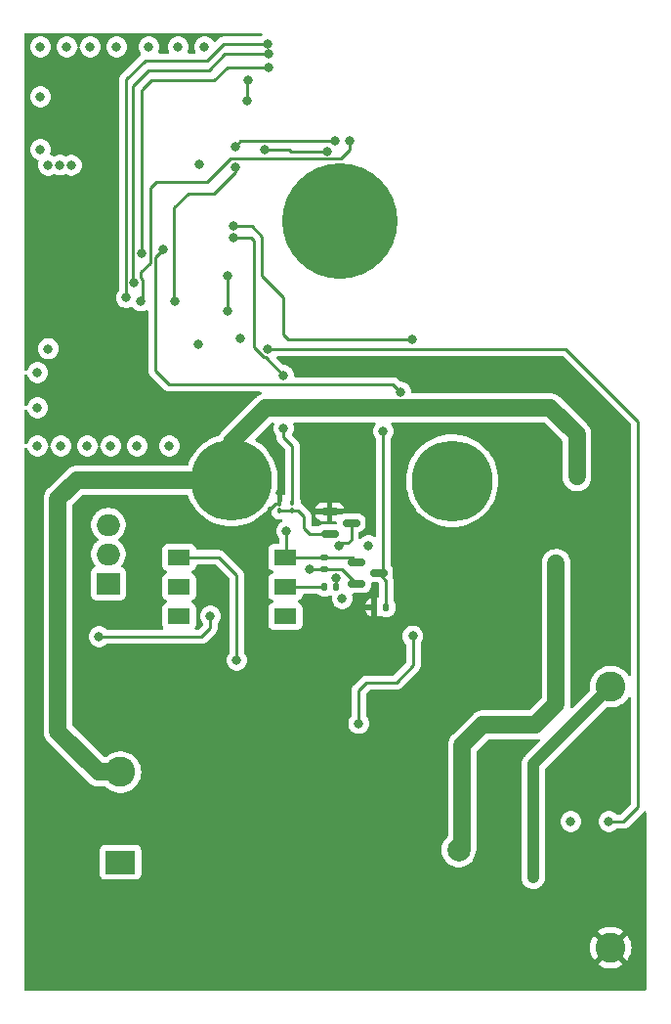
<source format=gbr>
%TF.GenerationSoftware,KiCad,Pcbnew,7.0.10*%
%TF.CreationDate,2024-01-17T02:44:35+05:30*%
%TF.ProjectId,open_src,6f70656e-5f73-4726-932e-6b696361645f,rev?*%
%TF.SameCoordinates,Original*%
%TF.FileFunction,Copper,L2,Bot*%
%TF.FilePolarity,Positive*%
%FSLAX46Y46*%
G04 Gerber Fmt 4.6, Leading zero omitted, Abs format (unit mm)*
G04 Created by KiCad (PCBNEW 7.0.10) date 2024-01-17 02:44:35*
%MOMM*%
%LPD*%
G01*
G04 APERTURE LIST*
G04 Aperture macros list*
%AMRoundRect*
0 Rectangle with rounded corners*
0 $1 Rounding radius*
0 $2 $3 $4 $5 $6 $7 $8 $9 X,Y pos of 4 corners*
0 Add a 4 corners polygon primitive as box body*
4,1,4,$2,$3,$4,$5,$6,$7,$8,$9,$2,$3,0*
0 Add four circle primitives for the rounded corners*
1,1,$1+$1,$2,$3*
1,1,$1+$1,$4,$5*
1,1,$1+$1,$6,$7*
1,1,$1+$1,$8,$9*
0 Add four rect primitives between the rounded corners*
20,1,$1+$1,$2,$3,$4,$5,0*
20,1,$1+$1,$4,$5,$6,$7,0*
20,1,$1+$1,$6,$7,$8,$9,0*
20,1,$1+$1,$8,$9,$2,$3,0*%
G04 Aperture macros list end*
%TA.AperFunction,ComponentPad*%
%ADD10C,7.000000*%
%TD*%
%TA.AperFunction,ComponentPad*%
%ADD11C,1.346200*%
%TD*%
%TA.AperFunction,SMDPad,CuDef*%
%ADD12R,1.955800X1.346200*%
%TD*%
%TA.AperFunction,SMDPad,CuDef*%
%ADD13RoundRect,0.135000X0.135000X0.185000X-0.135000X0.185000X-0.135000X-0.185000X0.135000X-0.185000X0*%
%TD*%
%TA.AperFunction,SMDPad,CuDef*%
%ADD14RoundRect,0.100000X0.100000X-0.130000X0.100000X0.130000X-0.100000X0.130000X-0.100000X-0.130000X0*%
%TD*%
%TA.AperFunction,SMDPad,CuDef*%
%ADD15RoundRect,0.100000X-0.100000X0.130000X-0.100000X-0.130000X0.100000X-0.130000X0.100000X0.130000X0*%
%TD*%
%TA.AperFunction,SMDPad,CuDef*%
%ADD16RoundRect,0.135000X-0.135000X-0.185000X0.135000X-0.185000X0.135000X0.185000X-0.135000X0.185000X0*%
%TD*%
%TA.AperFunction,SMDPad,CuDef*%
%ADD17RoundRect,0.135000X0.185000X-0.135000X0.185000X0.135000X-0.185000X0.135000X-0.185000X-0.135000X0*%
%TD*%
%TA.AperFunction,SMDPad,CuDef*%
%ADD18RoundRect,0.150000X-0.587500X-0.150000X0.587500X-0.150000X0.587500X0.150000X-0.587500X0.150000X0*%
%TD*%
%TA.AperFunction,ComponentPad*%
%ADD19C,10.000000*%
%TD*%
%TA.AperFunction,ComponentPad*%
%ADD20O,2.000000X1.905000*%
%TD*%
%TA.AperFunction,ComponentPad*%
%ADD21R,2.000000X1.905000*%
%TD*%
%TA.AperFunction,ComponentPad*%
%ADD22R,2.600000X2.000000*%
%TD*%
%TA.AperFunction,ComponentPad*%
%ADD23C,2.600000*%
%TD*%
%TA.AperFunction,ViaPad*%
%ADD24C,0.800000*%
%TD*%
%TA.AperFunction,ViaPad*%
%ADD25C,2.000000*%
%TD*%
%TA.AperFunction,Conductor*%
%ADD26C,0.250000*%
%TD*%
%TA.AperFunction,Conductor*%
%ADD27C,1.000000*%
%TD*%
%TA.AperFunction,Conductor*%
%ADD28C,1.500000*%
%TD*%
G04 APERTURE END LIST*
D10*
%TO.P,H2,1,1*%
%TO.N,Neutral*%
X154490000Y-92110000D03*
%TD*%
D11*
%TO.P,R1,1*%
%TO.N,Phase_IN*%
X182626000Y-99314000D03*
%TO.P,R1,2*%
%TO.N,Neutral*%
X184426000Y-91814000D03*
%TD*%
D12*
%TO.P,U3,1,ANODE*%
%TO.N,+3.3v*%
X159160100Y-98790000D03*
%TO.P,U3,2,CATHODE*%
%TO.N,Net-(U3-CATHODE)*%
X159160100Y-101330000D03*
%TO.P,U3,3,NC*%
%TO.N,unconnected-(U3-NC-Pad3)*%
X159160100Y-103870000D03*
%TO.P,U3,4,MAIN_TERMINAL*%
%TO.N,Net-(R11-Pad1)*%
X149939900Y-103870000D03*
%TO.P,U3,5,SUBSTRATE*%
%TO.N,unconnected-(U3-SUBSTRATE-Pad5)*%
X149939900Y-101330000D03*
%TO.P,U3,6,MAIN_TERMINAL*%
%TO.N,Net-(R12-Pad1)*%
X149939900Y-98790000D03*
%TD*%
D13*
%TO.P,R10,2*%
%TO.N,Net-(U3-CATHODE)*%
X162558000Y-101346000D03*
%TO.P,R10,1*%
%TO.N,Net-(Q2-C)*%
X163578000Y-101346000D03*
%TD*%
D14*
%TO.P,R9,1*%
%TO.N,Net-(Q2-B)*%
X159766000Y-94742000D03*
%TO.P,R9,2*%
%TO.N,PWM_IN*%
X159766000Y-94102000D03*
%TD*%
D15*
%TO.P,R8,1*%
%TO.N,GND*%
X158656000Y-94112000D03*
%TO.P,R8,2*%
%TO.N,Net-(Q2-B)*%
X158656000Y-94752000D03*
%TD*%
D16*
%TO.P,R4,1*%
%TO.N,GND*%
X166876000Y-103124000D03*
%TO.P,R4,2*%
%TO.N,ZCR_OUT*%
X167896000Y-103124000D03*
%TD*%
D17*
%TO.P,R3,2*%
%TO.N,+3.3v*%
X162560000Y-98800000D03*
%TO.P,R3,1*%
%TO.N,Net-(Q3-B)*%
X162560000Y-99820000D03*
%TD*%
D18*
%TO.P,Q3,1,B*%
%TO.N,Net-(Q3-B)*%
X165354000Y-101092000D03*
%TO.P,Q3,2,E*%
%TO.N,+3.3v*%
X165354000Y-99192000D03*
%TO.P,Q3,3,C*%
%TO.N,ZCR_OUT*%
X167229000Y-100142000D03*
%TD*%
%TO.P,Q2,1,B*%
%TO.N,Net-(Q2-B)*%
X162992500Y-96750000D03*
%TO.P,Q2,2,E*%
%TO.N,GND*%
X162992500Y-94850000D03*
%TO.P,Q2,3,C*%
%TO.N,Net-(Q2-C)*%
X164867500Y-95800000D03*
%TD*%
D10*
%TO.P,H3,1,1*%
%TO.N,Phase_IN*%
X173610000Y-92160000D03*
%TD*%
D19*
%TO.P,H1,1,1*%
%TO.N,Earth*%
X163870000Y-69720000D03*
%TD*%
D20*
%TO.P,Q1,3,G*%
%TO.N,Net-(Q1-G)*%
X143805000Y-95980000D03*
%TO.P,Q1,2,A2*%
%TO.N,Phase_SCR*%
X143805000Y-98520000D03*
D21*
%TO.P,Q1,1,A1*%
%TO.N,Phase_OUT*%
X143805000Y-101060000D03*
%TD*%
D22*
%TO.P,PS1,1,AC/L*%
%TO.N,Phase_SCR*%
X144850000Y-125180000D03*
D23*
%TO.P,PS1,2,AC/N*%
%TO.N,Neutral*%
X144850000Y-117380000D03*
%TO.P,PS1,3,-Vout*%
%TO.N,GND*%
X187350000Y-132580000D03*
%TO.P,PS1,4,+Vout*%
%TO.N,+5v*%
X187350000Y-109980000D03*
%TD*%
D24*
%TO.N,RESET*%
X155900000Y-57510000D03*
X155870000Y-59270000D03*
X157320000Y-63490000D03*
X162800000Y-63650000D03*
%TO.N,GND*%
X155270000Y-79810000D03*
X157770000Y-96270000D03*
%TO.N,+5v*%
X180650000Y-126500000D03*
%TO.N,Status_led*%
X154178000Y-77470000D03*
X154178000Y-74422000D03*
%TO.N,Net-(Q2-C)*%
X163576000Y-100584000D03*
X163830000Y-97790000D03*
%TO.N,ZCR_OUT*%
X167640000Y-87884000D03*
X169164000Y-84502000D03*
X148590000Y-72136000D03*
%TO.N,PWM_IN*%
X154686000Y-71120000D03*
X159004000Y-83058000D03*
X159004000Y-87630000D03*
%TO.N,TX*%
X149590000Y-76610000D03*
X154790000Y-65000000D03*
X154790000Y-63250000D03*
%TO.N,SWDIO*%
X146647337Y-76610000D03*
X164700000Y-62770000D03*
%TO.N,TX*%
X163420000Y-62770000D03*
%TO.N,Current_monitor*%
X170130000Y-79930000D03*
X170190000Y-105620000D03*
X165510000Y-113180000D03*
%TO.N,+3.3v*%
X157600000Y-80740000D03*
%TO.N,RX*%
X146670000Y-72500000D03*
%TO.N,SW0*%
X146050000Y-75040000D03*
%TO.N,SWCLK*%
X145370000Y-76310000D03*
%TO.N,RX*%
X157670000Y-56350000D03*
%TO.N,SW0*%
X157670000Y-55240000D03*
%TO.N,SWCLK*%
X157640000Y-54340000D03*
%TO.N,*%
X151650000Y-64790000D03*
X140600000Y-64850000D03*
%TO.N,Net-(Q3-B)*%
X143002000Y-105664000D03*
X152654000Y-103886000D03*
X161290000Y-99822000D03*
%TO.N,Net-(R12-Pad1)*%
X154940000Y-107696000D03*
%TO.N,*%
X164084000Y-102362000D03*
X166370000Y-97790000D03*
%TO.N,Net-(R11-Pad1)*%
X149860000Y-103886000D03*
%TO.N,+3.3v*%
X159258000Y-96520000D03*
X187198000Y-121666000D03*
X183896000Y-121666000D03*
D25*
%TO.N,Phase_IN*%
X174180000Y-124120000D03*
D24*
%TO.N,*%
X139700000Y-89154000D03*
X146304000Y-89154000D03*
X144018000Y-89154000D03*
X149098000Y-89154000D03*
X141986000Y-89154000D03*
X152146000Y-54610000D03*
X149860000Y-54610000D03*
X147320000Y-54610000D03*
X144526000Y-54610000D03*
X142240000Y-54610000D03*
X140208000Y-54610000D03*
X137922000Y-54610000D03*
X137922000Y-63500000D03*
X137922000Y-58928000D03*
X137668000Y-89154000D03*
X137668000Y-85852000D03*
X137668000Y-82804000D03*
X139610000Y-64840000D03*
X151640000Y-80320000D03*
%TO.N,Current_monitor*%
X154680000Y-70130000D03*
%TO.N,*%
X138600000Y-80740000D03*
X138600000Y-64850000D03*
%TD*%
D26*
%TO.N,RESET*%
X159650000Y-63650000D02*
X162800000Y-63650000D01*
X159470000Y-63470000D02*
X159650000Y-63650000D01*
X157340000Y-63470000D02*
X159470000Y-63470000D01*
X157320000Y-63490000D02*
X157340000Y-63470000D01*
X155870000Y-57540000D02*
X155900000Y-57510000D01*
X155870000Y-59270000D02*
X155870000Y-57540000D01*
%TO.N,SWDIO*%
X146775000Y-74739695D02*
X146775000Y-76482337D01*
X146647337Y-74612032D02*
X146775000Y-74739695D01*
X146775000Y-76482337D02*
X146647337Y-76610000D01*
X147460000Y-73300000D02*
X146647337Y-74112663D01*
X147460000Y-66760000D02*
X147460000Y-73300000D01*
X146647337Y-74112663D02*
X146647337Y-74612032D01*
X164700000Y-63500000D02*
X163925000Y-64275000D01*
X152380000Y-66290000D02*
X147930000Y-66290000D01*
X164700000Y-62770000D02*
X164700000Y-63500000D01*
X163925000Y-64275000D02*
X154395000Y-64275000D01*
X154395000Y-64275000D02*
X152380000Y-66290000D01*
X147930000Y-66290000D02*
X147460000Y-66760000D01*
%TO.N,GND*%
X157770000Y-96270000D02*
X157730000Y-96280000D01*
X157730000Y-94700000D02*
X157770000Y-96270000D01*
X158140000Y-94290000D02*
X157730000Y-94700000D01*
X158318000Y-94112000D02*
X158140000Y-94290000D01*
X158656000Y-94112000D02*
X158318000Y-94112000D01*
D27*
%TO.N,+5v*%
X180650000Y-126500000D02*
X180630000Y-126490000D01*
X180630000Y-116700000D02*
X180650000Y-126500000D01*
X187350000Y-109980000D02*
X180630000Y-116700000D01*
D28*
%TO.N,Neutral*%
X142966000Y-117380000D02*
X139446000Y-113860000D01*
X144850000Y-117380000D02*
X142966000Y-117380000D01*
X139446000Y-93726000D02*
X139446000Y-113860000D01*
D26*
%TO.N,Status_led*%
X154178000Y-74422000D02*
X154178000Y-77470000D01*
%TO.N,Net-(Q2-C)*%
X163576000Y-101344000D02*
X163578000Y-101346000D01*
X163576000Y-100584000D02*
X163576000Y-101344000D01*
X164592000Y-97536000D02*
X164084000Y-97536000D01*
X164084000Y-97536000D02*
X163830000Y-97790000D01*
X164867500Y-97260500D02*
X164592000Y-97536000D01*
X164867500Y-95800000D02*
X164867500Y-97260500D01*
%TO.N,ZCR_OUT*%
X147910000Y-82632000D02*
X147910000Y-72816000D01*
X147910000Y-72816000D02*
X148590000Y-72136000D01*
X149098000Y-83820000D02*
X147910000Y-82632000D01*
X168482000Y-83820000D02*
X149098000Y-83820000D01*
X169164000Y-84502000D02*
X168482000Y-83820000D01*
X167640000Y-99731000D02*
X167229000Y-100142000D01*
X167640000Y-87884000D02*
X167640000Y-99731000D01*
%TO.N,PWM_IN*%
X156210000Y-71120000D02*
X154686000Y-71120000D01*
X156464000Y-80629305D02*
X156464000Y-71374000D01*
X156464000Y-71374000D02*
X156210000Y-71120000D01*
X157411000Y-81465000D02*
X157299695Y-81465000D01*
X157299695Y-81465000D02*
X156464000Y-80629305D01*
X159004000Y-83058000D02*
X157411000Y-81465000D01*
X159004000Y-88392000D02*
X159004000Y-87630000D01*
X159766000Y-89154000D02*
X159004000Y-88392000D01*
X159766000Y-94102000D02*
X159766000Y-89154000D01*
%TO.N,+3.3v*%
X188468000Y-121666000D02*
X187198000Y-121666000D01*
X189738000Y-87018000D02*
X189738000Y-120396000D01*
X183460000Y-80740000D02*
X189738000Y-87018000D01*
X157600000Y-80740000D02*
X183460000Y-80740000D01*
X189738000Y-120396000D02*
X188468000Y-121666000D01*
%TO.N,TX*%
X152990000Y-67280000D02*
X150730000Y-67280000D01*
X150730000Y-67280000D02*
X149520000Y-68490000D01*
X154790000Y-65480000D02*
X152990000Y-67280000D01*
X149520000Y-68490000D02*
X149520000Y-76540000D01*
X154790000Y-65000000D02*
X154790000Y-65480000D01*
X149520000Y-76540000D02*
X149590000Y-76610000D01*
X155270000Y-62770000D02*
X154790000Y-63250000D01*
X163420000Y-62770000D02*
X155270000Y-62770000D01*
%TO.N,Current_monitor*%
X159400000Y-79940000D02*
X170210000Y-79940000D01*
X158980000Y-79520000D02*
X159400000Y-79940000D01*
X158980000Y-76300000D02*
X158980000Y-78550000D01*
X157120000Y-74440000D02*
X158980000Y-76300000D01*
X157120000Y-71010000D02*
X157120000Y-74440000D01*
X156240000Y-70130000D02*
X156250000Y-70140000D01*
X156250000Y-70140000D02*
X157120000Y-71010000D01*
X158980000Y-78550000D02*
X158980000Y-79520000D01*
X154680000Y-70130000D02*
X156240000Y-70130000D01*
X170250000Y-105680000D02*
X170190000Y-105620000D01*
X165500000Y-110340000D02*
X166200000Y-109640000D01*
X166200000Y-109640000D02*
X168750000Y-109640000D01*
X168750000Y-109640000D02*
X170250000Y-108140000D01*
X165510000Y-113180000D02*
X165510000Y-110350000D01*
X165510000Y-110350000D02*
X165500000Y-110340000D01*
X170250000Y-108140000D02*
X170250000Y-105680000D01*
%TO.N,SW0*%
X145945000Y-57985000D02*
X147290000Y-56640000D01*
X147290000Y-56640000D02*
X152520000Y-56640000D01*
X153920000Y-55240000D02*
X157670000Y-55240000D01*
X145945000Y-74935000D02*
X145945000Y-57985000D01*
X146050000Y-75040000D02*
X145945000Y-74935000D01*
X152520000Y-56640000D02*
X153920000Y-55240000D01*
%TO.N,RX*%
X146660000Y-58420000D02*
X146660000Y-72510000D01*
X147560000Y-57520000D02*
X146790000Y-58290000D01*
X152940000Y-57520000D02*
X147780000Y-57520000D01*
X154120000Y-56350000D02*
X154110000Y-56350000D01*
X154110000Y-56350000D02*
X152940000Y-57520000D01*
X147780000Y-57520000D02*
X147560000Y-57520000D01*
X146790000Y-58290000D02*
X146660000Y-58420000D01*
X157670000Y-56350000D02*
X154120000Y-56350000D01*
%TO.N,SWCLK*%
X145360000Y-57430000D02*
X145360000Y-76250000D01*
X147340000Y-55800000D02*
X146990000Y-55800000D01*
X146990000Y-55800000D02*
X145360000Y-57430000D01*
X152340000Y-55800000D02*
X147340000Y-55800000D01*
X152780000Y-55360000D02*
X152340000Y-55800000D01*
X153800000Y-54340000D02*
X152780000Y-55360000D01*
X157640000Y-54340000D02*
X153800000Y-54340000D01*
%TO.N,Net-(Q2-B)*%
X161314000Y-96750000D02*
X161290000Y-96774000D01*
X162992500Y-96750000D02*
X161314000Y-96750000D01*
X160782000Y-96266000D02*
X161290000Y-96774000D01*
X160782000Y-95250000D02*
X160782000Y-96266000D01*
X160274000Y-94742000D02*
X160782000Y-95250000D01*
X159766000Y-94742000D02*
X160274000Y-94742000D01*
X158656000Y-94752000D02*
X159756000Y-94752000D01*
X159756000Y-94752000D02*
X159766000Y-94742000D01*
%TO.N,Net-(Q3-B)*%
X161292000Y-99820000D02*
X161290000Y-99822000D01*
X162560000Y-99820000D02*
X161292000Y-99820000D01*
X152654000Y-104902000D02*
X152654000Y-103886000D01*
X151892000Y-105664000D02*
X152654000Y-104902000D01*
X143002000Y-105664000D02*
X151892000Y-105664000D01*
%TO.N,Net-(R12-Pad1)*%
X154940000Y-100330000D02*
X154940000Y-107696000D01*
X153400000Y-98790000D02*
X154940000Y-100330000D01*
X149939900Y-98790000D02*
X153400000Y-98790000D01*
D28*
%TO.N,Neutral*%
X141062000Y-92110000D02*
X139446000Y-93726000D01*
X154490000Y-92110000D02*
X141062000Y-92110000D01*
D26*
%TO.N,ZCR_OUT*%
X167896000Y-100809000D02*
X167229000Y-100142000D01*
X167896000Y-103124000D02*
X167896000Y-100809000D01*
%TO.N,Net-(Q3-B)*%
X164082000Y-99820000D02*
X162560000Y-99820000D01*
X165354000Y-101092000D02*
X164082000Y-99820000D01*
%TO.N,Net-(U3-CATHODE)*%
X162542000Y-101330000D02*
X162558000Y-101346000D01*
X159160100Y-101330000D02*
X162542000Y-101330000D01*
%TO.N,+3.3v*%
X164962000Y-98800000D02*
X165354000Y-99192000D01*
X162560000Y-98800000D02*
X164962000Y-98800000D01*
X162560000Y-98800000D02*
X159170100Y-98800000D01*
X159170100Y-98800000D02*
X159160100Y-98790000D01*
X159258000Y-98692100D02*
X159160100Y-98790000D01*
X159258000Y-96520000D02*
X159258000Y-98692100D01*
D28*
%TO.N,Phase_IN*%
X182626000Y-111506000D02*
X182626000Y-99314000D01*
X180848000Y-113284000D02*
X182626000Y-111506000D01*
X176276000Y-113284000D02*
X180848000Y-113284000D01*
X174498000Y-115062000D02*
X176276000Y-113284000D01*
X174180000Y-124120000D02*
X174498000Y-123802000D01*
X174498000Y-123802000D02*
X174498000Y-115062000D01*
%TO.N,Neutral*%
X157480000Y-85852000D02*
X182118000Y-85852000D01*
X182118000Y-85852000D02*
X184426000Y-88160000D01*
X184426000Y-88160000D02*
X184426000Y-91814000D01*
X154490000Y-88842000D02*
X157480000Y-85852000D01*
X154490000Y-92110000D02*
X154490000Y-88842000D01*
%TD*%
%TA.AperFunction,Conductor*%
%TO.N,GND*%
G36*
X157100948Y-53409685D02*
G01*
X157146703Y-53462489D01*
X157156647Y-53531647D01*
X157127622Y-53595203D01*
X157106794Y-53614318D01*
X157034130Y-53667111D01*
X157034126Y-53667114D01*
X157028400Y-53673474D01*
X156968913Y-53710121D01*
X156936252Y-53714500D01*
X153882743Y-53714500D01*
X153867122Y-53712775D01*
X153867096Y-53713061D01*
X153859334Y-53712327D01*
X153859333Y-53712327D01*
X153797109Y-53714282D01*
X153792127Y-53714439D01*
X153788232Y-53714500D01*
X153760647Y-53714500D01*
X153756661Y-53715003D01*
X153745033Y-53715918D01*
X153701373Y-53717290D01*
X153682129Y-53722881D01*
X153663079Y-53726825D01*
X153643211Y-53729334D01*
X153643210Y-53729334D01*
X153602599Y-53745413D01*
X153591554Y-53749194D01*
X153549614Y-53761379D01*
X153549610Y-53761381D01*
X153532366Y-53771579D01*
X153514905Y-53780133D01*
X153496274Y-53787510D01*
X153496262Y-53787517D01*
X153460933Y-53813185D01*
X153451173Y-53819596D01*
X153413580Y-53841829D01*
X153399414Y-53855995D01*
X153384624Y-53868627D01*
X153368414Y-53880404D01*
X153368411Y-53880407D01*
X153340573Y-53914058D01*
X153332711Y-53922697D01*
X153102276Y-54153131D01*
X153040953Y-54186616D01*
X152971261Y-54181632D01*
X152915328Y-54139760D01*
X152907208Y-54127450D01*
X152878534Y-54077785D01*
X152751870Y-53937111D01*
X152598734Y-53825851D01*
X152598729Y-53825848D01*
X152425807Y-53748857D01*
X152425802Y-53748855D01*
X152277295Y-53717290D01*
X152240646Y-53709500D01*
X152051354Y-53709500D01*
X152034601Y-53713061D01*
X151866197Y-53748855D01*
X151866192Y-53748857D01*
X151693270Y-53825848D01*
X151693265Y-53825851D01*
X151540129Y-53937111D01*
X151413466Y-54077785D01*
X151318821Y-54241715D01*
X151318818Y-54241722D01*
X151286886Y-54340000D01*
X151260326Y-54421744D01*
X151240540Y-54610000D01*
X151260326Y-54798256D01*
X151260327Y-54798259D01*
X151318818Y-54978277D01*
X151318820Y-54978281D01*
X151318821Y-54978284D01*
X151324721Y-54988503D01*
X151341191Y-55056403D01*
X151318338Y-55122430D01*
X151263415Y-55165619D01*
X151217332Y-55174500D01*
X150788668Y-55174500D01*
X150721629Y-55154815D01*
X150675874Y-55102011D01*
X150665930Y-55032853D01*
X150681279Y-54988503D01*
X150687179Y-54978284D01*
X150745674Y-54798256D01*
X150765460Y-54610000D01*
X150745674Y-54421744D01*
X150687179Y-54241716D01*
X150592533Y-54077784D01*
X150465871Y-53937112D01*
X150465870Y-53937111D01*
X150312734Y-53825851D01*
X150312729Y-53825848D01*
X150139807Y-53748857D01*
X150139802Y-53748855D01*
X149991295Y-53717290D01*
X149954646Y-53709500D01*
X149765354Y-53709500D01*
X149748601Y-53713061D01*
X149580197Y-53748855D01*
X149580192Y-53748857D01*
X149407270Y-53825848D01*
X149407265Y-53825851D01*
X149254129Y-53937111D01*
X149127466Y-54077785D01*
X149032821Y-54241715D01*
X149032818Y-54241722D01*
X149000886Y-54340000D01*
X148974326Y-54421744D01*
X148954540Y-54610000D01*
X148974326Y-54798256D01*
X148974327Y-54798259D01*
X149032818Y-54978277D01*
X149032820Y-54978281D01*
X149032821Y-54978284D01*
X149038721Y-54988503D01*
X149055191Y-55056403D01*
X149032338Y-55122430D01*
X148977415Y-55165619D01*
X148931332Y-55174500D01*
X148248668Y-55174500D01*
X148181629Y-55154815D01*
X148135874Y-55102011D01*
X148125930Y-55032853D01*
X148141279Y-54988503D01*
X148147179Y-54978284D01*
X148205674Y-54798256D01*
X148225460Y-54610000D01*
X148205674Y-54421744D01*
X148147179Y-54241716D01*
X148052533Y-54077784D01*
X147925871Y-53937112D01*
X147925870Y-53937111D01*
X147772734Y-53825851D01*
X147772729Y-53825848D01*
X147599807Y-53748857D01*
X147599802Y-53748855D01*
X147451295Y-53717290D01*
X147414646Y-53709500D01*
X147225354Y-53709500D01*
X147208601Y-53713061D01*
X147040197Y-53748855D01*
X147040192Y-53748857D01*
X146867270Y-53825848D01*
X146867265Y-53825851D01*
X146714129Y-53937111D01*
X146587466Y-54077785D01*
X146492821Y-54241715D01*
X146492818Y-54241722D01*
X146460886Y-54340000D01*
X146434326Y-54421744D01*
X146414540Y-54610000D01*
X146434326Y-54798256D01*
X146434327Y-54798259D01*
X146492818Y-54978277D01*
X146492821Y-54978284D01*
X146587466Y-55142215D01*
X146591706Y-55146924D01*
X146621935Y-55209916D01*
X146613309Y-55279251D01*
X146572447Y-55330208D01*
X146558415Y-55340404D01*
X146558411Y-55340407D01*
X146530573Y-55374058D01*
X146522711Y-55382697D01*
X144976208Y-56929199D01*
X144963951Y-56939020D01*
X144964134Y-56939241D01*
X144958122Y-56944214D01*
X144912098Y-56993223D01*
X144909391Y-56996016D01*
X144889889Y-57015517D01*
X144889875Y-57015534D01*
X144887407Y-57018715D01*
X144879843Y-57027570D01*
X144849937Y-57059418D01*
X144849936Y-57059420D01*
X144840284Y-57076976D01*
X144829610Y-57093226D01*
X144817329Y-57109061D01*
X144817324Y-57109068D01*
X144799975Y-57149158D01*
X144794838Y-57159644D01*
X144773803Y-57197906D01*
X144768822Y-57217307D01*
X144762521Y-57235710D01*
X144754562Y-57254102D01*
X144754561Y-57254105D01*
X144747728Y-57297243D01*
X144745360Y-57308674D01*
X144734501Y-57350971D01*
X144734500Y-57350982D01*
X144734500Y-57371016D01*
X144732973Y-57390415D01*
X144729840Y-57410194D01*
X144729840Y-57410195D01*
X144733950Y-57453674D01*
X144734500Y-57465343D01*
X144734500Y-75622419D01*
X144714815Y-75689458D01*
X144702650Y-75705391D01*
X144637466Y-75777785D01*
X144542821Y-75941715D01*
X144542818Y-75941722D01*
X144494136Y-76091552D01*
X144484326Y-76121744D01*
X144464540Y-76310000D01*
X144484326Y-76498256D01*
X144484327Y-76498259D01*
X144542818Y-76678277D01*
X144542821Y-76678284D01*
X144637467Y-76842216D01*
X144720589Y-76934532D01*
X144764129Y-76982888D01*
X144917265Y-77094148D01*
X144917270Y-77094151D01*
X145090192Y-77171142D01*
X145090197Y-77171144D01*
X145275354Y-77210500D01*
X145275355Y-77210500D01*
X145464644Y-77210500D01*
X145464646Y-77210500D01*
X145649803Y-77171144D01*
X145775261Y-77115285D01*
X145844508Y-77106000D01*
X145907785Y-77135628D01*
X145917841Y-77145590D01*
X146010173Y-77248134D01*
X146041466Y-77282888D01*
X146194602Y-77394148D01*
X146194607Y-77394151D01*
X146367529Y-77471142D01*
X146367534Y-77471144D01*
X146552691Y-77510500D01*
X146552692Y-77510500D01*
X146741981Y-77510500D01*
X146741983Y-77510500D01*
X146927140Y-77471144D01*
X147100067Y-77394151D01*
X147100067Y-77394150D01*
X147106003Y-77391508D01*
X147106697Y-77393067D01*
X147166391Y-77378582D01*
X147232420Y-77401430D01*
X147275614Y-77456348D01*
X147284500Y-77502442D01*
X147284500Y-82549255D01*
X147282775Y-82564872D01*
X147283061Y-82564899D01*
X147282326Y-82572665D01*
X147284439Y-82639872D01*
X147284500Y-82643767D01*
X147284500Y-82671357D01*
X147285003Y-82675335D01*
X147285918Y-82686967D01*
X147287290Y-82730624D01*
X147287291Y-82730627D01*
X147292880Y-82749867D01*
X147296824Y-82768911D01*
X147299336Y-82788792D01*
X147315414Y-82829403D01*
X147319197Y-82840452D01*
X147331381Y-82882388D01*
X147341580Y-82899634D01*
X147350138Y-82917103D01*
X147357514Y-82935732D01*
X147383181Y-82971060D01*
X147389593Y-82980821D01*
X147411828Y-83018417D01*
X147411833Y-83018424D01*
X147425990Y-83032580D01*
X147438628Y-83047376D01*
X147450405Y-83063586D01*
X147450406Y-83063587D01*
X147484057Y-83091425D01*
X147492698Y-83099288D01*
X148597194Y-84203784D01*
X148607019Y-84216048D01*
X148607240Y-84215866D01*
X148612210Y-84221874D01*
X148661239Y-84267915D01*
X148664036Y-84270626D01*
X148683530Y-84290120D01*
X148686695Y-84292575D01*
X148695571Y-84300156D01*
X148727418Y-84330062D01*
X148727422Y-84330064D01*
X148744973Y-84339713D01*
X148761231Y-84350392D01*
X148777064Y-84362674D01*
X148812410Y-84377968D01*
X148817155Y-84380022D01*
X148827635Y-84385155D01*
X148865908Y-84406197D01*
X148885312Y-84411179D01*
X148903710Y-84417478D01*
X148922105Y-84425438D01*
X148965254Y-84432271D01*
X148976680Y-84434638D01*
X149018981Y-84445500D01*
X149039016Y-84445500D01*
X149058413Y-84447026D01*
X149078196Y-84450160D01*
X149121675Y-84446050D01*
X149133344Y-84445500D01*
X156975241Y-84445500D01*
X157042280Y-84465185D01*
X157088035Y-84517989D01*
X157097979Y-84587147D01*
X157068954Y-84650703D01*
X157029040Y-84681221D01*
X156951289Y-84718662D01*
X156948772Y-84719840D01*
X156860374Y-84759992D01*
X156856772Y-84762488D01*
X156839980Y-84772267D01*
X156836029Y-84774170D01*
X156836020Y-84774175D01*
X156757411Y-84831287D01*
X156755185Y-84832866D01*
X156714314Y-84861182D01*
X156675345Y-84888180D01*
X156672239Y-84891286D01*
X156657465Y-84903903D01*
X156653928Y-84906473D01*
X156653921Y-84906478D01*
X156586804Y-84976677D01*
X156584859Y-84978665D01*
X153660344Y-87903180D01*
X153649980Y-87912443D01*
X153622337Y-87934489D01*
X153622334Y-87934492D01*
X153578736Y-87984392D01*
X153573048Y-87990476D01*
X153566064Y-87997460D01*
X153566051Y-87997475D01*
X153539928Y-88028764D01*
X153538125Y-88030875D01*
X153474234Y-88104004D01*
X153474230Y-88104010D01*
X153471981Y-88107774D01*
X153460746Y-88123608D01*
X153457934Y-88126977D01*
X153409989Y-88211471D01*
X153408589Y-88213875D01*
X153404835Y-88220158D01*
X153353552Y-88267611D01*
X153330214Y-88276218D01*
X153330227Y-88276260D01*
X153329513Y-88276476D01*
X153328544Y-88276834D01*
X153327338Y-88277136D01*
X153327298Y-88277148D01*
X152957247Y-88409554D01*
X152957227Y-88409562D01*
X152601899Y-88577620D01*
X152264763Y-88779692D01*
X151949043Y-89013846D01*
X151657807Y-89277807D01*
X151393846Y-89569043D01*
X151159692Y-89884763D01*
X150957620Y-90221899D01*
X150789562Y-90577227D01*
X150789554Y-90577247D01*
X150717984Y-90777274D01*
X150676866Y-90833763D01*
X150611734Y-90859055D01*
X150601233Y-90859500D01*
X141139176Y-90859500D01*
X141125293Y-90858720D01*
X141115559Y-90857623D01*
X141090175Y-90854763D01*
X141090168Y-90854762D01*
X141027352Y-90858998D01*
X141024076Y-90859219D01*
X141015736Y-90859500D01*
X141005837Y-90859500D01*
X140965237Y-90863153D01*
X140962469Y-90863371D01*
X140865590Y-90869903D01*
X140861349Y-90870972D01*
X140842176Y-90874230D01*
X140837813Y-90874622D01*
X140837811Y-90874623D01*
X140744148Y-90900471D01*
X140741461Y-90901180D01*
X140647313Y-90924904D01*
X140647312Y-90924904D01*
X140643319Y-90926718D01*
X140625059Y-90933338D01*
X140620850Y-90934500D01*
X140620822Y-90934510D01*
X140533323Y-90976646D01*
X140530806Y-90977824D01*
X140442375Y-91017991D01*
X140438775Y-91020486D01*
X140421971Y-91030271D01*
X140418031Y-91032168D01*
X140418029Y-91032169D01*
X140339460Y-91089251D01*
X140337195Y-91090858D01*
X140257345Y-91146180D01*
X140254239Y-91149286D01*
X140239465Y-91161903D01*
X140235928Y-91164473D01*
X140235921Y-91164478D01*
X140168804Y-91234677D01*
X140166859Y-91236665D01*
X138616344Y-92787180D01*
X138605980Y-92796443D01*
X138578337Y-92818489D01*
X138578334Y-92818492D01*
X138534736Y-92868392D01*
X138529048Y-92874476D01*
X138522064Y-92881460D01*
X138522051Y-92881475D01*
X138495928Y-92912764D01*
X138494125Y-92914875D01*
X138430234Y-92988004D01*
X138430230Y-92988010D01*
X138427981Y-92991774D01*
X138416746Y-93007608D01*
X138413932Y-93010979D01*
X138365978Y-93095490D01*
X138364604Y-93097849D01*
X138333964Y-93149133D01*
X138314781Y-93181242D01*
X138313247Y-93185332D01*
X138305008Y-93202945D01*
X138302850Y-93206747D01*
X138302847Y-93206754D01*
X138270762Y-93298445D01*
X138269815Y-93301055D01*
X138236440Y-93389987D01*
X138235692Y-93391979D01*
X138235689Y-93391988D01*
X138234909Y-93396288D01*
X138229952Y-93415069D01*
X138228503Y-93419209D01*
X138228502Y-93419215D01*
X138213304Y-93515165D01*
X138212838Y-93517906D01*
X138195500Y-93613447D01*
X138195500Y-93617827D01*
X138193973Y-93637229D01*
X138193289Y-93641540D01*
X138195469Y-93738639D01*
X138195500Y-93741421D01*
X138195500Y-113782814D01*
X138194720Y-113796698D01*
X138190762Y-113831822D01*
X138190761Y-113831830D01*
X138195219Y-113897931D01*
X138195500Y-113906273D01*
X138195500Y-113916156D01*
X138199153Y-113956749D01*
X138199371Y-113959521D01*
X138205903Y-114056407D01*
X138205903Y-114056412D01*
X138206972Y-114060652D01*
X138210230Y-114079824D01*
X138210623Y-114084190D01*
X138236465Y-114177824D01*
X138237158Y-114180447D01*
X138246489Y-114217475D01*
X138260903Y-114274681D01*
X138262715Y-114278670D01*
X138269340Y-114296944D01*
X138270504Y-114301162D01*
X138270507Y-114301170D01*
X138312657Y-114388698D01*
X138313835Y-114391216D01*
X138353993Y-114479626D01*
X138353994Y-114479629D01*
X138356483Y-114483221D01*
X138366269Y-114500026D01*
X138368166Y-114503965D01*
X138368171Y-114503973D01*
X138425311Y-114582620D01*
X138426835Y-114584768D01*
X138461251Y-114634445D01*
X138482181Y-114664656D01*
X138485273Y-114667748D01*
X138497907Y-114682539D01*
X138500478Y-114686078D01*
X138500482Y-114686082D01*
X138570699Y-114753217D01*
X138572688Y-114755162D01*
X142027182Y-118209656D01*
X142036448Y-118220024D01*
X142058492Y-118247666D01*
X142108395Y-118291266D01*
X142114491Y-118296965D01*
X142121473Y-118303947D01*
X142121477Y-118303950D01*
X142152714Y-118330028D01*
X142154833Y-118331837D01*
X142228005Y-118395766D01*
X142231755Y-118398006D01*
X142247626Y-118409266D01*
X142250982Y-118412068D01*
X142250984Y-118412069D01*
X142335454Y-118459999D01*
X142337821Y-118461377D01*
X142421236Y-118511215D01*
X142425327Y-118512750D01*
X142442946Y-118520992D01*
X142446755Y-118523154D01*
X142446759Y-118523156D01*
X142506648Y-118544111D01*
X142538479Y-118555249D01*
X142541020Y-118556170D01*
X142631976Y-118590307D01*
X142636266Y-118591085D01*
X142655094Y-118596055D01*
X142659218Y-118597498D01*
X142755279Y-118612712D01*
X142757827Y-118613145D01*
X142836022Y-118627336D01*
X142853452Y-118630500D01*
X142853453Y-118630500D01*
X142857822Y-118630500D01*
X142877220Y-118632026D01*
X142881541Y-118632711D01*
X142978667Y-118630530D01*
X142981449Y-118630500D01*
X143501931Y-118630500D01*
X143568970Y-118650185D01*
X143586272Y-118663602D01*
X143724254Y-118791631D01*
X143724256Y-118791632D01*
X143724259Y-118791635D01*
X143947226Y-118943651D01*
X144190359Y-119060738D01*
X144448228Y-119140280D01*
X144448229Y-119140280D01*
X144448232Y-119140281D01*
X144715063Y-119180499D01*
X144715068Y-119180499D01*
X144715071Y-119180500D01*
X144715072Y-119180500D01*
X144984928Y-119180500D01*
X144984929Y-119180500D01*
X144984936Y-119180499D01*
X145251767Y-119140281D01*
X145251768Y-119140280D01*
X145251772Y-119140280D01*
X145509641Y-119060738D01*
X145752775Y-118943651D01*
X145975741Y-118791635D01*
X146129259Y-118649190D01*
X146173557Y-118608089D01*
X146173557Y-118608087D01*
X146173561Y-118608085D01*
X146341815Y-118397102D01*
X146476743Y-118163398D01*
X146575334Y-117912195D01*
X146635383Y-117649103D01*
X146655549Y-117380000D01*
X146635383Y-117110897D01*
X146575334Y-116847805D01*
X146476743Y-116596602D01*
X146341815Y-116362898D01*
X146173561Y-116151915D01*
X146173560Y-116151914D01*
X146173557Y-116151910D01*
X145975741Y-115968365D01*
X145752775Y-115816349D01*
X145752769Y-115816346D01*
X145752768Y-115816345D01*
X145752767Y-115816344D01*
X145509643Y-115699263D01*
X145509645Y-115699263D01*
X145251773Y-115619720D01*
X145251767Y-115619718D01*
X144984936Y-115579500D01*
X144984929Y-115579500D01*
X144715071Y-115579500D01*
X144715063Y-115579500D01*
X144448232Y-115619718D01*
X144448226Y-115619720D01*
X144190358Y-115699262D01*
X143947230Y-115816346D01*
X143724258Y-115968365D01*
X143603599Y-116080321D01*
X143541067Y-116111489D01*
X143471610Y-116103902D01*
X143431577Y-116077103D01*
X140732819Y-113378345D01*
X140699334Y-113317022D01*
X140696500Y-113290664D01*
X140696500Y-113180000D01*
X164604540Y-113180000D01*
X164624326Y-113368256D01*
X164624327Y-113368259D01*
X164682818Y-113548277D01*
X164682821Y-113548284D01*
X164777467Y-113712216D01*
X164841034Y-113782814D01*
X164904129Y-113852888D01*
X165057265Y-113964148D01*
X165057270Y-113964151D01*
X165230192Y-114041142D01*
X165230197Y-114041144D01*
X165415354Y-114080500D01*
X165415355Y-114080500D01*
X165604644Y-114080500D01*
X165604646Y-114080500D01*
X165789803Y-114041144D01*
X165962730Y-113964151D01*
X166115871Y-113852888D01*
X166242533Y-113712216D01*
X166337179Y-113548284D01*
X166395674Y-113368256D01*
X166415460Y-113180000D01*
X166395674Y-112991744D01*
X166337179Y-112811716D01*
X166242533Y-112647784D01*
X166167350Y-112564284D01*
X166137120Y-112501292D01*
X166135500Y-112481312D01*
X166135500Y-110640452D01*
X166155185Y-110573413D01*
X166171819Y-110552771D01*
X166422772Y-110301819D01*
X166484095Y-110268334D01*
X166510453Y-110265500D01*
X168667257Y-110265500D01*
X168682877Y-110267224D01*
X168682904Y-110266939D01*
X168690660Y-110267671D01*
X168690667Y-110267673D01*
X168757873Y-110265561D01*
X168761768Y-110265500D01*
X168789346Y-110265500D01*
X168789350Y-110265500D01*
X168793324Y-110264997D01*
X168804963Y-110264080D01*
X168848627Y-110262709D01*
X168867869Y-110257117D01*
X168886912Y-110253174D01*
X168906792Y-110250664D01*
X168947401Y-110234585D01*
X168958444Y-110230803D01*
X169000390Y-110218618D01*
X169017629Y-110208422D01*
X169035103Y-110199862D01*
X169053727Y-110192488D01*
X169053727Y-110192487D01*
X169053732Y-110192486D01*
X169089083Y-110166800D01*
X169098814Y-110160408D01*
X169136420Y-110138170D01*
X169150589Y-110123999D01*
X169165379Y-110111368D01*
X169181587Y-110099594D01*
X169209438Y-110065926D01*
X169217279Y-110057309D01*
X170633787Y-108640802D01*
X170646042Y-108630986D01*
X170645859Y-108630764D01*
X170651868Y-108625791D01*
X170651877Y-108625786D01*
X170697949Y-108576722D01*
X170700566Y-108574023D01*
X170720120Y-108554471D01*
X170722576Y-108551303D01*
X170730156Y-108542427D01*
X170760062Y-108510582D01*
X170769713Y-108493024D01*
X170780396Y-108476761D01*
X170792673Y-108460936D01*
X170810021Y-108420844D01*
X170815151Y-108410371D01*
X170836197Y-108372092D01*
X170841180Y-108352680D01*
X170847481Y-108334280D01*
X170855437Y-108315896D01*
X170862270Y-108272748D01*
X170864633Y-108261338D01*
X170875500Y-108219019D01*
X170875500Y-108198983D01*
X170877027Y-108179582D01*
X170877040Y-108179500D01*
X170880160Y-108159804D01*
X170876050Y-108116324D01*
X170875500Y-108104655D01*
X170875500Y-106252050D01*
X170895185Y-106185011D01*
X170907351Y-106169077D01*
X170922533Y-106152216D01*
X171017179Y-105988284D01*
X171075674Y-105808256D01*
X171095460Y-105620000D01*
X171075674Y-105431744D01*
X171017179Y-105251716D01*
X170922533Y-105087784D01*
X170795871Y-104947112D01*
X170788260Y-104941582D01*
X170642734Y-104835851D01*
X170642729Y-104835848D01*
X170469807Y-104758857D01*
X170469802Y-104758855D01*
X170324001Y-104727865D01*
X170284646Y-104719500D01*
X170095354Y-104719500D01*
X170062897Y-104726398D01*
X169910197Y-104758855D01*
X169910192Y-104758857D01*
X169737270Y-104835848D01*
X169737265Y-104835851D01*
X169584129Y-104947111D01*
X169457466Y-105087785D01*
X169362821Y-105251715D01*
X169362818Y-105251722D01*
X169313728Y-105402807D01*
X169304326Y-105431744D01*
X169284540Y-105620000D01*
X169304326Y-105808256D01*
X169304327Y-105808259D01*
X169362818Y-105988277D01*
X169362821Y-105988284D01*
X169457467Y-106152216D01*
X169581133Y-106289561D01*
X169588478Y-106297718D01*
X169587405Y-106298683D01*
X169620119Y-106351775D01*
X169624500Y-106384446D01*
X169624500Y-107829547D01*
X169604815Y-107896586D01*
X169588181Y-107917228D01*
X168527228Y-108978181D01*
X168465905Y-109011666D01*
X168439547Y-109014500D01*
X166282737Y-109014500D01*
X166267120Y-109012776D01*
X166267093Y-109013062D01*
X166259331Y-109012327D01*
X166192144Y-109014439D01*
X166188250Y-109014500D01*
X166160650Y-109014500D01*
X166156962Y-109014965D01*
X166156649Y-109015005D01*
X166145031Y-109015918D01*
X166101372Y-109017290D01*
X166101369Y-109017291D01*
X166082126Y-109022881D01*
X166063083Y-109026825D01*
X166043204Y-109029336D01*
X166043203Y-109029337D01*
X166002593Y-109045415D01*
X165991548Y-109049197D01*
X165949608Y-109061383D01*
X165949604Y-109061385D01*
X165932365Y-109071580D01*
X165914898Y-109080137D01*
X165896269Y-109087512D01*
X165896267Y-109087514D01*
X165860926Y-109113189D01*
X165851168Y-109119599D01*
X165813580Y-109141828D01*
X165799408Y-109156000D01*
X165784623Y-109168628D01*
X165768412Y-109180407D01*
X165740571Y-109214059D01*
X165732711Y-109222696D01*
X165107799Y-109847608D01*
X165089823Y-109862481D01*
X165083062Y-109867075D01*
X165083056Y-109867081D01*
X165046374Y-109908687D01*
X165041051Y-109914357D01*
X165029879Y-109925530D01*
X165020186Y-109938024D01*
X165015231Y-109944013D01*
X164978550Y-109985621D01*
X164978545Y-109985628D01*
X164974835Y-109992910D01*
X164962342Y-110012596D01*
X164957329Y-110019059D01*
X164935297Y-110069971D01*
X164931982Y-110077015D01*
X164906803Y-110126433D01*
X164906800Y-110126441D01*
X164905018Y-110134413D01*
X164897810Y-110156598D01*
X164894561Y-110164105D01*
X164885886Y-110218880D01*
X164884427Y-110226529D01*
X164872326Y-110280666D01*
X164872326Y-110280669D01*
X164872583Y-110288840D01*
X164871119Y-110312118D01*
X164869840Y-110320196D01*
X164869840Y-110320197D01*
X164875059Y-110375414D01*
X164875548Y-110383186D01*
X164877290Y-110438629D01*
X164877291Y-110438631D01*
X164879570Y-110446476D01*
X164883758Y-110467585D01*
X164883765Y-110467649D01*
X164884500Y-110481131D01*
X164884500Y-112481312D01*
X164864815Y-112548351D01*
X164852650Y-112564284D01*
X164777466Y-112647784D01*
X164682821Y-112811715D01*
X164682818Y-112811722D01*
X164624327Y-112991740D01*
X164624326Y-112991744D01*
X164604540Y-113180000D01*
X140696500Y-113180000D01*
X140696500Y-105664000D01*
X142096540Y-105664000D01*
X142116326Y-105852256D01*
X142116327Y-105852259D01*
X142174818Y-106032277D01*
X142174821Y-106032284D01*
X142269467Y-106196216D01*
X142360860Y-106297718D01*
X142396129Y-106336888D01*
X142549265Y-106448148D01*
X142549270Y-106448151D01*
X142722192Y-106525142D01*
X142722197Y-106525144D01*
X142907354Y-106564500D01*
X142907355Y-106564500D01*
X143096644Y-106564500D01*
X143096646Y-106564500D01*
X143281803Y-106525144D01*
X143454730Y-106448151D01*
X143607871Y-106336888D01*
X143610788Y-106333647D01*
X143613600Y-106330526D01*
X143673087Y-106293879D01*
X143705748Y-106289500D01*
X151809257Y-106289500D01*
X151824877Y-106291224D01*
X151824904Y-106290939D01*
X151832660Y-106291671D01*
X151832667Y-106291673D01*
X151899873Y-106289561D01*
X151903768Y-106289500D01*
X151931346Y-106289500D01*
X151931350Y-106289500D01*
X151935324Y-106288997D01*
X151946963Y-106288080D01*
X151990627Y-106286709D01*
X152009869Y-106281117D01*
X152028912Y-106277174D01*
X152048792Y-106274664D01*
X152089401Y-106258585D01*
X152100444Y-106254803D01*
X152142390Y-106242618D01*
X152159629Y-106232422D01*
X152177103Y-106223862D01*
X152195727Y-106216488D01*
X152195727Y-106216487D01*
X152195732Y-106216486D01*
X152231083Y-106190800D01*
X152240814Y-106184408D01*
X152278420Y-106162170D01*
X152292589Y-106147999D01*
X152307379Y-106135368D01*
X152323587Y-106123594D01*
X152351438Y-106089926D01*
X152359279Y-106081309D01*
X153037786Y-105402802D01*
X153050048Y-105392980D01*
X153049865Y-105392759D01*
X153055868Y-105387791D01*
X153055877Y-105387786D01*
X153101934Y-105338739D01*
X153104582Y-105336006D01*
X153124120Y-105316470D01*
X153126570Y-105313310D01*
X153134154Y-105304429D01*
X153164062Y-105272582D01*
X153173714Y-105255023D01*
X153184389Y-105238772D01*
X153196674Y-105222936D01*
X153214030Y-105182825D01*
X153219161Y-105172354D01*
X153240194Y-105134098D01*
X153240194Y-105134097D01*
X153240197Y-105134092D01*
X153245180Y-105114680D01*
X153251477Y-105096291D01*
X153259438Y-105077895D01*
X153266270Y-105034748D01*
X153268639Y-105023316D01*
X153276908Y-104991112D01*
X153279500Y-104981019D01*
X153279500Y-104960983D01*
X153281027Y-104941582D01*
X153284160Y-104921804D01*
X153280050Y-104878324D01*
X153279500Y-104866655D01*
X153279500Y-104584687D01*
X153299185Y-104517648D01*
X153311350Y-104501715D01*
X153329891Y-104481122D01*
X153386533Y-104418216D01*
X153481179Y-104254284D01*
X153539674Y-104074256D01*
X153559460Y-103886000D01*
X153539674Y-103697744D01*
X153481179Y-103517716D01*
X153386533Y-103353784D01*
X153259871Y-103213112D01*
X153259870Y-103213111D01*
X153106734Y-103101851D01*
X153106729Y-103101848D01*
X152933807Y-103024857D01*
X152933802Y-103024855D01*
X152788001Y-102993865D01*
X152748646Y-102985500D01*
X152559354Y-102985500D01*
X152526897Y-102992398D01*
X152374197Y-103024855D01*
X152374192Y-103024857D01*
X152201270Y-103101848D01*
X152201265Y-103101851D01*
X152048129Y-103213111D01*
X151921466Y-103353785D01*
X151826821Y-103517715D01*
X151826818Y-103517722D01*
X151768327Y-103697740D01*
X151768326Y-103697744D01*
X151748540Y-103886000D01*
X151768326Y-104074256D01*
X151768327Y-104074259D01*
X151826818Y-104254277D01*
X151826821Y-104254284D01*
X151921467Y-104418216D01*
X151964772Y-104466310D01*
X151996650Y-104501715D01*
X152026880Y-104564706D01*
X152028500Y-104584687D01*
X152028500Y-104591547D01*
X152008815Y-104658586D01*
X151992181Y-104679228D01*
X151669228Y-105002181D01*
X151607905Y-105035666D01*
X151581547Y-105038500D01*
X151419871Y-105038500D01*
X151352832Y-105018815D01*
X151307077Y-104966011D01*
X151297133Y-104896853D01*
X151320604Y-104840189D01*
X151361596Y-104785431D01*
X151411891Y-104650583D01*
X151418300Y-104590973D01*
X151418299Y-103149028D01*
X151411891Y-103089417D01*
X151387811Y-103024856D01*
X151361597Y-102954571D01*
X151361593Y-102954564D01*
X151275347Y-102839355D01*
X151275344Y-102839352D01*
X151160135Y-102753106D01*
X151160128Y-102753102D01*
X151061138Y-102716182D01*
X151005204Y-102674311D01*
X150980787Y-102608847D01*
X150995638Y-102540574D01*
X151045043Y-102491168D01*
X151061138Y-102483818D01*
X151084381Y-102475148D01*
X151160131Y-102446896D01*
X151275346Y-102360646D01*
X151361596Y-102245431D01*
X151411891Y-102110583D01*
X151418300Y-102050973D01*
X151418299Y-100609028D01*
X151411891Y-100549417D01*
X151389355Y-100488996D01*
X151361597Y-100414571D01*
X151361593Y-100414564D01*
X151275347Y-100299355D01*
X151275344Y-100299352D01*
X151160135Y-100213106D01*
X151160128Y-100213102D01*
X151061138Y-100176182D01*
X151005204Y-100134311D01*
X150980787Y-100068847D01*
X150995638Y-100000574D01*
X151045043Y-99951168D01*
X151061138Y-99943818D01*
X151118254Y-99922515D01*
X151160131Y-99906896D01*
X151275346Y-99820646D01*
X151361596Y-99705431D01*
X151411891Y-99570583D01*
X151416658Y-99526241D01*
X151443395Y-99461694D01*
X151500788Y-99421846D01*
X151539947Y-99415500D01*
X153089548Y-99415500D01*
X153156587Y-99435185D01*
X153177229Y-99451819D01*
X154278181Y-100552771D01*
X154311666Y-100614094D01*
X154314500Y-100640452D01*
X154314500Y-106997312D01*
X154294815Y-107064351D01*
X154282650Y-107080284D01*
X154207466Y-107163784D01*
X154112821Y-107327715D01*
X154112818Y-107327722D01*
X154054327Y-107507740D01*
X154054326Y-107507744D01*
X154034540Y-107696000D01*
X154054326Y-107884256D01*
X154054327Y-107884259D01*
X154112818Y-108064277D01*
X154112821Y-108064284D01*
X154207467Y-108228216D01*
X154286415Y-108315896D01*
X154334129Y-108368888D01*
X154487265Y-108480148D01*
X154487270Y-108480151D01*
X154660192Y-108557142D01*
X154660197Y-108557144D01*
X154845354Y-108596500D01*
X154845355Y-108596500D01*
X155034644Y-108596500D01*
X155034646Y-108596500D01*
X155219803Y-108557144D01*
X155392730Y-108480151D01*
X155545871Y-108368888D01*
X155672533Y-108228216D01*
X155767179Y-108064284D01*
X155825674Y-107884256D01*
X155845460Y-107696000D01*
X155825674Y-107507744D01*
X155767179Y-107327716D01*
X155672533Y-107163784D01*
X155597350Y-107080284D01*
X155567120Y-107017292D01*
X155565500Y-106997312D01*
X155565500Y-100412742D01*
X155567224Y-100397122D01*
X155566939Y-100397095D01*
X155567673Y-100389333D01*
X155565561Y-100322111D01*
X155565500Y-100318217D01*
X155565500Y-100290654D01*
X155565500Y-100290650D01*
X155564996Y-100286665D01*
X155564080Y-100275021D01*
X155562709Y-100231373D01*
X155557122Y-100212144D01*
X155553174Y-100193084D01*
X155550664Y-100173208D01*
X155550663Y-100173206D01*
X155550663Y-100173204D01*
X155534588Y-100132604D01*
X155530804Y-100121552D01*
X155518618Y-100079609D01*
X155518616Y-100079606D01*
X155508423Y-100062371D01*
X155499861Y-100044894D01*
X155492487Y-100026269D01*
X155473413Y-100000017D01*
X155466811Y-99990930D01*
X155460405Y-99981177D01*
X155438170Y-99943580D01*
X155438168Y-99943578D01*
X155438165Y-99943574D01*
X155424006Y-99929415D01*
X155411368Y-99914619D01*
X155405755Y-99906893D01*
X155399594Y-99898413D01*
X155398831Y-99897782D01*
X155365940Y-99870572D01*
X155357299Y-99862709D01*
X153900803Y-98406212D01*
X153890980Y-98393950D01*
X153890759Y-98394134D01*
X153885786Y-98388122D01*
X153836776Y-98342099D01*
X153833977Y-98339386D01*
X153814477Y-98319885D01*
X153814471Y-98319880D01*
X153811286Y-98317409D01*
X153802434Y-98309848D01*
X153770582Y-98279938D01*
X153770580Y-98279936D01*
X153770577Y-98279935D01*
X153753029Y-98270288D01*
X153736763Y-98259604D01*
X153720932Y-98247324D01*
X153680849Y-98229978D01*
X153670363Y-98224841D01*
X153632094Y-98203803D01*
X153632092Y-98203802D01*
X153612693Y-98198822D01*
X153594281Y-98192518D01*
X153575898Y-98184562D01*
X153575892Y-98184560D01*
X153532760Y-98177729D01*
X153521322Y-98175361D01*
X153479020Y-98164500D01*
X153479019Y-98164500D01*
X153458984Y-98164500D01*
X153439586Y-98162973D01*
X153432162Y-98161797D01*
X153419805Y-98159840D01*
X153419804Y-98159840D01*
X153376325Y-98163950D01*
X153364656Y-98164500D01*
X151539947Y-98164500D01*
X151472908Y-98144815D01*
X151427153Y-98092011D01*
X151416657Y-98053753D01*
X151411891Y-98009416D01*
X151361597Y-97874571D01*
X151361593Y-97874564D01*
X151275347Y-97759355D01*
X151275344Y-97759352D01*
X151160135Y-97673106D01*
X151160128Y-97673102D01*
X151025282Y-97622808D01*
X151025283Y-97622808D01*
X150965683Y-97616401D01*
X150965681Y-97616400D01*
X150965673Y-97616400D01*
X150965664Y-97616400D01*
X148914129Y-97616400D01*
X148914123Y-97616401D01*
X148854516Y-97622808D01*
X148719671Y-97673102D01*
X148719664Y-97673106D01*
X148604455Y-97759352D01*
X148604452Y-97759355D01*
X148518206Y-97874564D01*
X148518202Y-97874571D01*
X148467908Y-98009417D01*
X148461501Y-98069016D01*
X148461500Y-98069035D01*
X148461500Y-99510970D01*
X148461501Y-99510976D01*
X148467908Y-99570583D01*
X148518202Y-99705428D01*
X148518206Y-99705435D01*
X148604452Y-99820644D01*
X148604455Y-99820647D01*
X148719664Y-99906893D01*
X148719671Y-99906897D01*
X148818661Y-99943818D01*
X148874595Y-99985689D01*
X148899012Y-100051153D01*
X148884160Y-100119426D01*
X148834755Y-100168832D01*
X148818661Y-100176182D01*
X148719671Y-100213102D01*
X148719664Y-100213106D01*
X148604455Y-100299352D01*
X148604452Y-100299355D01*
X148518206Y-100414564D01*
X148518202Y-100414571D01*
X148467908Y-100549417D01*
X148462414Y-100600525D01*
X148461501Y-100609023D01*
X148461500Y-100609035D01*
X148461500Y-102050970D01*
X148461501Y-102050976D01*
X148467908Y-102110583D01*
X148518202Y-102245428D01*
X148518206Y-102245435D01*
X148604452Y-102360644D01*
X148604455Y-102360647D01*
X148719664Y-102446893D01*
X148719671Y-102446897D01*
X148818661Y-102483818D01*
X148874595Y-102525689D01*
X148899012Y-102591153D01*
X148884160Y-102659426D01*
X148834755Y-102708832D01*
X148818661Y-102716182D01*
X148719671Y-102753102D01*
X148719664Y-102753106D01*
X148604455Y-102839352D01*
X148604452Y-102839355D01*
X148518206Y-102954564D01*
X148518202Y-102954571D01*
X148467908Y-103089417D01*
X148461809Y-103146151D01*
X148461501Y-103149023D01*
X148461500Y-103149035D01*
X148461500Y-104590970D01*
X148461501Y-104590976D01*
X148467908Y-104650583D01*
X148518202Y-104785428D01*
X148518203Y-104785430D01*
X148531248Y-104802856D01*
X148555948Y-104835851D01*
X148559196Y-104840189D01*
X148583613Y-104905653D01*
X148568762Y-104973926D01*
X148519357Y-105023332D01*
X148459929Y-105038500D01*
X143705748Y-105038500D01*
X143638709Y-105018815D01*
X143613600Y-104997474D01*
X143607873Y-104991114D01*
X143607869Y-104991110D01*
X143454734Y-104879851D01*
X143454729Y-104879848D01*
X143281807Y-104802857D01*
X143281802Y-104802855D01*
X143136001Y-104771865D01*
X143096646Y-104763500D01*
X142907354Y-104763500D01*
X142874897Y-104770398D01*
X142722197Y-104802855D01*
X142722192Y-104802857D01*
X142549270Y-104879848D01*
X142549265Y-104879851D01*
X142396129Y-104991111D01*
X142269466Y-105131785D01*
X142174821Y-105295715D01*
X142174818Y-105295722D01*
X142116327Y-105475740D01*
X142116326Y-105475744D01*
X142096540Y-105664000D01*
X140696500Y-105664000D01*
X140696500Y-102060370D01*
X142304500Y-102060370D01*
X142304501Y-102060376D01*
X142310908Y-102119983D01*
X142361202Y-102254828D01*
X142361206Y-102254835D01*
X142447452Y-102370044D01*
X142447455Y-102370047D01*
X142562664Y-102456293D01*
X142562671Y-102456297D01*
X142697517Y-102506591D01*
X142697516Y-102506591D01*
X142704444Y-102507335D01*
X142757127Y-102513000D01*
X144852872Y-102512999D01*
X144912483Y-102506591D01*
X145047331Y-102456296D01*
X145162546Y-102370046D01*
X145248796Y-102254831D01*
X145299091Y-102119983D01*
X145305500Y-102060373D01*
X145305499Y-100059628D01*
X145299091Y-100000017D01*
X145296405Y-99992816D01*
X145248797Y-99865171D01*
X145248793Y-99865164D01*
X145162547Y-99749955D01*
X145162544Y-99749952D01*
X145047335Y-99663706D01*
X145047328Y-99663702D01*
X145016687Y-99652274D01*
X144960753Y-99610403D01*
X144936336Y-99544938D01*
X144951188Y-99476665D01*
X144962161Y-99459937D01*
X145073072Y-99317439D01*
X145187679Y-99105664D01*
X145265866Y-98877913D01*
X145305500Y-98640399D01*
X145305500Y-98399601D01*
X145265866Y-98162087D01*
X145265836Y-98162001D01*
X145221322Y-98032335D01*
X145187679Y-97934336D01*
X145073072Y-97722561D01*
X144925171Y-97532537D01*
X144748010Y-97369449D01*
X144724070Y-97353808D01*
X144678714Y-97300664D01*
X144669290Y-97231433D01*
X144698791Y-97168096D01*
X144724070Y-97146191D01*
X144748010Y-97130551D01*
X144925171Y-96967463D01*
X145073072Y-96777439D01*
X145187679Y-96565664D01*
X145265866Y-96337913D01*
X145305500Y-96100399D01*
X145305500Y-95859601D01*
X145265866Y-95622087D01*
X145257486Y-95597678D01*
X145220626Y-95490307D01*
X145187679Y-95394336D01*
X145073072Y-95182561D01*
X144925171Y-94992537D01*
X144748010Y-94829449D01*
X144546422Y-94697745D01*
X144546419Y-94697743D01*
X144546418Y-94697743D01*
X144325905Y-94601017D01*
X144092472Y-94541904D01*
X143912610Y-94527000D01*
X143912600Y-94527000D01*
X143697400Y-94527000D01*
X143697389Y-94527000D01*
X143517527Y-94541904D01*
X143284094Y-94601017D01*
X143063581Y-94697743D01*
X142861990Y-94829449D01*
X142735090Y-94946269D01*
X142684829Y-94992537D01*
X142679324Y-94999610D01*
X142536929Y-95182558D01*
X142422321Y-95394334D01*
X142422318Y-95394343D01*
X142344134Y-95622083D01*
X142325150Y-95735850D01*
X142304500Y-95859601D01*
X142304500Y-96100399D01*
X142312116Y-96146038D01*
X142344134Y-96337916D01*
X142422318Y-96565656D01*
X142422321Y-96565665D01*
X142536929Y-96777441D01*
X142580451Y-96833358D01*
X142684829Y-96967463D01*
X142861990Y-97130551D01*
X142885931Y-97146193D01*
X142931287Y-97199339D01*
X142940710Y-97268570D01*
X142911207Y-97331906D01*
X142885933Y-97353806D01*
X142861990Y-97369449D01*
X142826985Y-97401673D01*
X142759563Y-97463740D01*
X142684829Y-97532537D01*
X142655527Y-97570185D01*
X142536929Y-97722558D01*
X142422321Y-97934334D01*
X142422318Y-97934343D01*
X142344134Y-98162083D01*
X142315719Y-98332368D01*
X142304500Y-98399601D01*
X142304500Y-98640399D01*
X142320353Y-98735404D01*
X142344134Y-98877916D01*
X142422318Y-99105656D01*
X142422321Y-99105665D01*
X142536929Y-99317441D01*
X142536933Y-99317447D01*
X142647832Y-99459930D01*
X142673475Y-99524924D01*
X142659908Y-99593464D01*
X142611440Y-99643788D01*
X142593313Y-99652273D01*
X142562675Y-99663700D01*
X142562664Y-99663706D01*
X142447455Y-99749952D01*
X142447452Y-99749955D01*
X142361206Y-99865164D01*
X142361202Y-99865171D01*
X142310908Y-100000017D01*
X142304501Y-100059616D01*
X142304501Y-100059623D01*
X142304500Y-100059635D01*
X142304500Y-102060370D01*
X140696500Y-102060370D01*
X140696500Y-94295336D01*
X140716185Y-94228297D01*
X140732819Y-94207655D01*
X141543656Y-93396819D01*
X141604979Y-93363334D01*
X141631337Y-93360500D01*
X150601233Y-93360500D01*
X150668272Y-93380185D01*
X150714027Y-93432989D01*
X150717984Y-93442726D01*
X150789554Y-93642752D01*
X150789562Y-93642772D01*
X150957620Y-93998100D01*
X151150056Y-94319159D01*
X151159694Y-94335239D01*
X151356808Y-94601017D01*
X151393846Y-94650956D01*
X151657807Y-94942192D01*
X151925527Y-95184839D01*
X151949049Y-95206158D01*
X152264761Y-95440306D01*
X152337992Y-95484199D01*
X152601899Y-95642379D01*
X152601902Y-95642380D01*
X152601903Y-95642381D01*
X152957228Y-95810438D01*
X153327316Y-95942857D01*
X153708600Y-96038364D01*
X154097409Y-96096038D01*
X154490000Y-96115325D01*
X154882591Y-96096038D01*
X155271400Y-96038364D01*
X155652684Y-95942857D01*
X156022772Y-95810438D01*
X156378097Y-95642381D01*
X156715239Y-95440306D01*
X157030951Y-95206158D01*
X157322192Y-94942192D01*
X157586158Y-94650951D01*
X157739300Y-94444461D01*
X157795044Y-94402344D01*
X157864713Y-94397048D01*
X157926185Y-94430259D01*
X157959943Y-94491432D01*
X157961835Y-94534515D01*
X157955500Y-94582636D01*
X157955500Y-94921363D01*
X157970953Y-95038753D01*
X157970956Y-95038762D01*
X158030519Y-95182561D01*
X158031464Y-95184841D01*
X158127718Y-95310282D01*
X158253159Y-95406536D01*
X158399238Y-95467044D01*
X158516639Y-95482500D01*
X158790929Y-95482499D01*
X158857968Y-95502183D01*
X158903723Y-95554987D01*
X158913667Y-95624146D01*
X158884642Y-95687701D01*
X158841366Y-95719778D01*
X158805267Y-95735850D01*
X158805265Y-95735851D01*
X158652129Y-95847111D01*
X158525466Y-95987785D01*
X158430821Y-96151715D01*
X158430818Y-96151722D01*
X158380902Y-96305350D01*
X158372326Y-96331744D01*
X158352540Y-96520000D01*
X158372326Y-96708256D01*
X158372327Y-96708259D01*
X158430818Y-96888277D01*
X158430821Y-96888284D01*
X158525467Y-97052216D01*
X158564170Y-97095200D01*
X158600650Y-97135715D01*
X158630880Y-97198706D01*
X158632500Y-97218687D01*
X158632500Y-97492400D01*
X158612815Y-97559439D01*
X158560011Y-97605194D01*
X158508500Y-97616400D01*
X158134330Y-97616400D01*
X158134323Y-97616401D01*
X158074716Y-97622808D01*
X157939871Y-97673102D01*
X157939864Y-97673106D01*
X157824655Y-97759352D01*
X157824652Y-97759355D01*
X157738406Y-97874564D01*
X157738402Y-97874571D01*
X157688108Y-98009417D01*
X157681701Y-98069016D01*
X157681700Y-98069035D01*
X157681700Y-99510970D01*
X157681701Y-99510976D01*
X157688108Y-99570583D01*
X157738402Y-99705428D01*
X157738406Y-99705435D01*
X157824652Y-99820644D01*
X157824655Y-99820647D01*
X157939864Y-99906893D01*
X157939871Y-99906897D01*
X158038861Y-99943818D01*
X158094795Y-99985689D01*
X158119212Y-100051153D01*
X158104360Y-100119426D01*
X158054955Y-100168832D01*
X158038861Y-100176182D01*
X157939871Y-100213102D01*
X157939864Y-100213106D01*
X157824655Y-100299352D01*
X157824652Y-100299355D01*
X157738406Y-100414564D01*
X157738402Y-100414571D01*
X157688108Y-100549417D01*
X157682614Y-100600525D01*
X157681701Y-100609023D01*
X157681700Y-100609035D01*
X157681700Y-102050970D01*
X157681701Y-102050976D01*
X157688108Y-102110583D01*
X157738402Y-102245428D01*
X157738406Y-102245435D01*
X157824652Y-102360644D01*
X157824655Y-102360647D01*
X157939864Y-102446893D01*
X157939871Y-102446897D01*
X158038861Y-102483818D01*
X158094795Y-102525689D01*
X158119212Y-102591153D01*
X158104360Y-102659426D01*
X158054955Y-102708832D01*
X158038861Y-102716182D01*
X157939871Y-102753102D01*
X157939864Y-102753106D01*
X157824655Y-102839352D01*
X157824652Y-102839355D01*
X157738406Y-102954564D01*
X157738402Y-102954571D01*
X157688108Y-103089417D01*
X157682009Y-103146151D01*
X157681701Y-103149023D01*
X157681700Y-103149035D01*
X157681700Y-104590970D01*
X157681701Y-104590976D01*
X157688108Y-104650583D01*
X157738402Y-104785428D01*
X157738406Y-104785435D01*
X157824652Y-104900644D01*
X157824655Y-104900647D01*
X157939864Y-104986893D01*
X157939871Y-104986897D01*
X158074717Y-105037191D01*
X158074716Y-105037191D01*
X158081644Y-105037935D01*
X158134327Y-105043600D01*
X160185872Y-105043599D01*
X160245483Y-105037191D01*
X160380331Y-104986896D01*
X160495546Y-104900646D01*
X160581796Y-104785431D01*
X160632091Y-104650583D01*
X160638500Y-104590973D01*
X160638499Y-103374000D01*
X166106069Y-103374000D01*
X166108832Y-103409122D01*
X166108833Y-103409128D01*
X166153592Y-103563188D01*
X166153593Y-103563191D01*
X166235261Y-103701285D01*
X166235268Y-103701294D01*
X166348705Y-103814731D01*
X166348714Y-103814738D01*
X166486805Y-103896404D01*
X166626000Y-103936844D01*
X166626000Y-103374000D01*
X166106069Y-103374000D01*
X160638499Y-103374000D01*
X160638499Y-103149028D01*
X160632091Y-103089417D01*
X160608011Y-103024856D01*
X160581797Y-102954571D01*
X160581793Y-102954564D01*
X160495547Y-102839355D01*
X160495544Y-102839352D01*
X160380335Y-102753106D01*
X160380328Y-102753102D01*
X160281338Y-102716182D01*
X160225404Y-102674311D01*
X160200987Y-102608847D01*
X160215838Y-102540574D01*
X160265243Y-102491168D01*
X160281338Y-102483818D01*
X160304581Y-102475148D01*
X160380331Y-102446896D01*
X160495546Y-102360646D01*
X160581796Y-102245431D01*
X160632091Y-102110583D01*
X160636858Y-102066241D01*
X160663595Y-102001694D01*
X160720988Y-101961846D01*
X160760147Y-101955500D01*
X161897405Y-101955500D01*
X161964444Y-101975185D01*
X161985087Y-101991820D01*
X162030396Y-102037130D01*
X162030400Y-102037133D01*
X162030402Y-102037135D01*
X162168607Y-102118869D01*
X162193779Y-102126182D01*
X162322791Y-102163664D01*
X162322794Y-102163664D01*
X162322796Y-102163665D01*
X162358819Y-102166500D01*
X162757180Y-102166499D01*
X162793204Y-102163665D01*
X162947393Y-102118869D01*
X163004882Y-102084869D01*
X163072602Y-102067688D01*
X163131127Y-102084875D01*
X163134678Y-102086975D01*
X163182355Y-102138049D01*
X163194866Y-102206661D01*
X163178682Y-102360646D01*
X163178540Y-102362000D01*
X163198326Y-102550256D01*
X163198327Y-102550259D01*
X163256818Y-102730277D01*
X163256821Y-102730284D01*
X163351467Y-102894216D01*
X163405811Y-102954571D01*
X163478129Y-103034888D01*
X163631265Y-103146148D01*
X163631270Y-103146151D01*
X163804192Y-103223142D01*
X163804197Y-103223144D01*
X163989354Y-103262500D01*
X163989355Y-103262500D01*
X164178644Y-103262500D01*
X164178646Y-103262500D01*
X164363803Y-103223144D01*
X164536730Y-103146151D01*
X164689871Y-103034888D01*
X164816533Y-102894216D01*
X164828205Y-102874000D01*
X166106069Y-102874000D01*
X166626000Y-102874000D01*
X166626000Y-102311154D01*
X166625998Y-102311153D01*
X166486811Y-102351591D01*
X166486808Y-102351593D01*
X166348714Y-102433261D01*
X166348705Y-102433268D01*
X166235268Y-102546705D01*
X166235261Y-102546714D01*
X166153593Y-102684808D01*
X166153592Y-102684811D01*
X166108833Y-102838871D01*
X166108832Y-102838877D01*
X166106069Y-102874000D01*
X164828205Y-102874000D01*
X164911179Y-102730284D01*
X164969674Y-102550256D01*
X164989460Y-102362000D01*
X164969674Y-102173744D01*
X164940799Y-102084877D01*
X164931033Y-102054818D01*
X164929038Y-101984977D01*
X164965119Y-101925144D01*
X165027820Y-101894316D01*
X165048964Y-101892500D01*
X166007186Y-101892500D01*
X166007194Y-101892500D01*
X166044069Y-101889598D01*
X166044071Y-101889597D01*
X166044073Y-101889597D01*
X166085691Y-101877505D01*
X166201898Y-101843744D01*
X166343365Y-101760081D01*
X166459581Y-101643865D01*
X166543244Y-101502398D01*
X166589098Y-101344569D01*
X166592000Y-101307694D01*
X166592000Y-101066500D01*
X166611685Y-100999461D01*
X166664489Y-100953706D01*
X166716000Y-100942500D01*
X167093546Y-100942500D01*
X167160585Y-100962185D01*
X167181226Y-100978818D01*
X167234180Y-101031771D01*
X167267666Y-101093094D01*
X167270500Y-101119453D01*
X167270500Y-102187982D01*
X167250815Y-102255021D01*
X167198011Y-102300776D01*
X167128853Y-102310720D01*
X167127087Y-102310338D01*
X167126000Y-102311154D01*
X167126000Y-102863591D01*
X167125618Y-102873316D01*
X167125500Y-102874803D01*
X167125500Y-103373170D01*
X167125501Y-103373182D01*
X167125618Y-103374663D01*
X167126000Y-103384393D01*
X167126000Y-103936844D01*
X167265194Y-103896405D01*
X167265196Y-103896404D01*
X167322386Y-103862582D01*
X167390109Y-103845398D01*
X167448629Y-103862581D01*
X167506607Y-103896869D01*
X167547268Y-103908682D01*
X167660791Y-103941664D01*
X167660794Y-103941664D01*
X167660796Y-103941665D01*
X167696819Y-103944500D01*
X168095180Y-103944499D01*
X168131204Y-103941665D01*
X168285393Y-103896869D01*
X168423598Y-103815135D01*
X168537135Y-103701598D01*
X168618869Y-103563393D01*
X168663665Y-103409204D01*
X168666500Y-103373181D01*
X168666499Y-102874820D01*
X168663665Y-102838796D01*
X168618869Y-102684607D01*
X168603977Y-102659426D01*
X168538768Y-102549161D01*
X168521500Y-102486041D01*
X168521500Y-100891737D01*
X168523224Y-100876123D01*
X168522938Y-100876096D01*
X168523672Y-100868333D01*
X168521561Y-100801143D01*
X168521500Y-100797249D01*
X168521500Y-100769651D01*
X168521500Y-100769650D01*
X168520997Y-100765670D01*
X168520080Y-100754021D01*
X168518709Y-100710374D01*
X168518709Y-100710372D01*
X168513120Y-100691137D01*
X168509174Y-100672084D01*
X168506664Y-100652208D01*
X168506663Y-100652206D01*
X168506663Y-100652203D01*
X168506662Y-100652202D01*
X168490579Y-100611579D01*
X168486794Y-100600525D01*
X168478835Y-100573131D01*
X168474617Y-100558610D01*
X168464420Y-100541368D01*
X168455859Y-100523892D01*
X168454564Y-100520622D01*
X168448194Y-100451044D01*
X168450779Y-100440412D01*
X168464098Y-100394569D01*
X168467000Y-100357694D01*
X168467000Y-99926306D01*
X168464098Y-99889431D01*
X168457049Y-99865169D01*
X168418245Y-99731606D01*
X168418244Y-99731603D01*
X168418244Y-99731602D01*
X168334581Y-99590135D01*
X168334579Y-99590133D01*
X168334576Y-99590129D01*
X168301819Y-99557372D01*
X168268334Y-99496049D01*
X168265500Y-99469691D01*
X168265500Y-92160000D01*
X169604675Y-92160000D01*
X169623962Y-92552591D01*
X169678407Y-92919635D01*
X169681637Y-92941406D01*
X169777143Y-93322684D01*
X169909561Y-93692770D01*
X169909562Y-93692772D01*
X170077620Y-94048100D01*
X170279692Y-94385236D01*
X170279694Y-94385239D01*
X170511464Y-94697745D01*
X170513846Y-94700956D01*
X170777807Y-94992192D01*
X171060190Y-95248129D01*
X171069049Y-95256158D01*
X171384761Y-95490306D01*
X171430440Y-95517685D01*
X171721899Y-95692379D01*
X171721902Y-95692380D01*
X171721903Y-95692381D01*
X172077228Y-95860438D01*
X172447316Y-95992857D01*
X172828600Y-96088364D01*
X173217409Y-96146038D01*
X173610000Y-96165325D01*
X174002591Y-96146038D01*
X174391400Y-96088364D01*
X174772684Y-95992857D01*
X175142772Y-95860438D01*
X175498097Y-95692381D01*
X175835239Y-95490306D01*
X176150951Y-95256158D01*
X176442192Y-94992192D01*
X176706158Y-94700951D01*
X176940306Y-94385239D01*
X177142381Y-94048097D01*
X177310438Y-93692772D01*
X177442857Y-93322684D01*
X177538364Y-92941400D01*
X177596038Y-92552591D01*
X177615325Y-92160000D01*
X177596038Y-91767409D01*
X177538364Y-91378600D01*
X177442857Y-90997316D01*
X177310438Y-90627228D01*
X177142381Y-90271903D01*
X176940306Y-89934761D01*
X176706158Y-89619049D01*
X176660841Y-89569049D01*
X176442192Y-89327807D01*
X176150956Y-89063846D01*
X176139531Y-89055373D01*
X175835239Y-88829694D01*
X175825050Y-88823587D01*
X175498100Y-88627620D01*
X175142772Y-88459562D01*
X175142770Y-88459561D01*
X174772684Y-88327143D01*
X174391406Y-88231637D01*
X174391401Y-88231636D01*
X174391400Y-88231636D01*
X174098415Y-88188176D01*
X174002599Y-88173963D01*
X174002597Y-88173962D01*
X174002591Y-88173962D01*
X173610000Y-88154675D01*
X173217409Y-88173962D01*
X173217403Y-88173962D01*
X173217400Y-88173963D01*
X172828593Y-88231637D01*
X172447315Y-88327143D01*
X172077229Y-88459561D01*
X172077227Y-88459562D01*
X171721899Y-88627620D01*
X171384763Y-88829692D01*
X171069043Y-89063846D01*
X170777807Y-89327807D01*
X170513846Y-89619043D01*
X170279692Y-89934763D01*
X170077620Y-90271899D01*
X169909562Y-90627227D01*
X169909561Y-90627229D01*
X169777143Y-90997315D01*
X169681637Y-91378593D01*
X169631379Y-91717409D01*
X169623962Y-91767409D01*
X169604675Y-92160000D01*
X168265500Y-92160000D01*
X168265500Y-88582687D01*
X168285185Y-88515648D01*
X168297350Y-88499715D01*
X168315891Y-88479122D01*
X168372533Y-88416216D01*
X168467179Y-88252284D01*
X168525674Y-88072256D01*
X168545460Y-87884000D01*
X168525674Y-87695744D01*
X168467179Y-87515716D01*
X168372533Y-87351784D01*
X168334435Y-87309472D01*
X168304205Y-87246481D01*
X168312830Y-87177145D01*
X168357572Y-87123480D01*
X168424224Y-87102522D01*
X168426585Y-87102500D01*
X181548664Y-87102500D01*
X181615703Y-87122185D01*
X181636345Y-87138819D01*
X183139181Y-88641655D01*
X183172666Y-88702978D01*
X183175500Y-88729336D01*
X183175500Y-91870151D01*
X183190622Y-92038186D01*
X183190623Y-92038192D01*
X183250503Y-92255160D01*
X183250508Y-92255173D01*
X183348167Y-92457966D01*
X183348171Y-92457974D01*
X183480473Y-92640072D01*
X183480474Y-92640074D01*
X183643176Y-92795633D01*
X183831033Y-92919636D01*
X184038004Y-93008100D01*
X184038007Y-93008101D01*
X184038012Y-93008103D01*
X184257463Y-93058191D01*
X184482330Y-93068290D01*
X184705387Y-93038075D01*
X184919464Y-92968517D01*
X185117681Y-92861852D01*
X185293666Y-92721508D01*
X185441765Y-92551996D01*
X185557215Y-92358764D01*
X185636307Y-92148024D01*
X185676500Y-91926547D01*
X185676500Y-88237185D01*
X185677280Y-88223300D01*
X185679554Y-88203115D01*
X185681238Y-88188173D01*
X185676780Y-88122066D01*
X185676500Y-88113725D01*
X185676500Y-88103852D01*
X185676500Y-88103845D01*
X185672838Y-88063172D01*
X185672630Y-88060516D01*
X185668435Y-87998277D01*
X185666097Y-87963593D01*
X185665028Y-87959351D01*
X185661768Y-87940169D01*
X185661377Y-87935812D01*
X185635527Y-87842150D01*
X185634831Y-87839514D01*
X185611096Y-87745317D01*
X185609289Y-87741339D01*
X185602653Y-87723034D01*
X185601492Y-87718828D01*
X185559351Y-87631320D01*
X185558172Y-87628800D01*
X185518008Y-87540377D01*
X185518007Y-87540374D01*
X185515517Y-87536780D01*
X185505725Y-87519964D01*
X185503830Y-87516029D01*
X185503827Y-87516024D01*
X185446740Y-87437450D01*
X185445162Y-87435228D01*
X185389820Y-87355346D01*
X185386729Y-87352255D01*
X185374093Y-87337461D01*
X185371521Y-87333921D01*
X185371518Y-87333918D01*
X185301299Y-87266781D01*
X185299310Y-87264836D01*
X183056816Y-85022342D01*
X183047549Y-85011973D01*
X183025506Y-84984332D01*
X182975603Y-84940732D01*
X182969507Y-84935033D01*
X182962532Y-84928058D01*
X182962521Y-84928048D01*
X182931255Y-84901945D01*
X182929139Y-84900138D01*
X182856003Y-84836240D01*
X182855997Y-84836236D01*
X182855996Y-84836235D01*
X182852241Y-84833991D01*
X182836373Y-84822732D01*
X182833019Y-84819932D01*
X182833018Y-84819931D01*
X182833013Y-84819927D01*
X182748548Y-84772001D01*
X182746144Y-84770601D01*
X182662763Y-84720784D01*
X182658669Y-84719248D01*
X182641044Y-84711002D01*
X182637245Y-84708846D01*
X182545569Y-84676767D01*
X182542953Y-84675819D01*
X182452029Y-84641694D01*
X182452019Y-84641691D01*
X182447723Y-84640912D01*
X182428918Y-84635949D01*
X182424784Y-84634502D01*
X182424777Y-84634501D01*
X182328848Y-84619307D01*
X182326105Y-84618841D01*
X182230550Y-84601500D01*
X182230547Y-84601500D01*
X182226172Y-84601500D01*
X182206769Y-84599972D01*
X182202460Y-84599289D01*
X182105359Y-84601469D01*
X182102577Y-84601500D01*
X170191568Y-84601500D01*
X170124529Y-84581815D01*
X170078774Y-84529011D01*
X170068247Y-84490462D01*
X170067475Y-84483114D01*
X170049674Y-84313744D01*
X169991179Y-84133716D01*
X169896533Y-83969784D01*
X169769871Y-83829112D01*
X169769870Y-83829111D01*
X169616734Y-83717851D01*
X169616729Y-83717848D01*
X169443807Y-83640857D01*
X169443802Y-83640855D01*
X169298001Y-83609865D01*
X169258646Y-83601500D01*
X169258645Y-83601500D01*
X169199453Y-83601500D01*
X169132414Y-83581815D01*
X169111772Y-83565181D01*
X168982803Y-83436212D01*
X168972980Y-83423950D01*
X168972759Y-83424134D01*
X168967786Y-83418122D01*
X168918776Y-83372099D01*
X168915977Y-83369386D01*
X168896477Y-83349885D01*
X168896471Y-83349880D01*
X168893286Y-83347409D01*
X168884434Y-83339848D01*
X168852582Y-83309938D01*
X168852580Y-83309936D01*
X168852577Y-83309935D01*
X168835029Y-83300288D01*
X168818763Y-83289604D01*
X168802932Y-83277324D01*
X168762849Y-83259978D01*
X168752363Y-83254841D01*
X168714094Y-83233803D01*
X168714092Y-83233802D01*
X168694693Y-83228822D01*
X168676281Y-83222518D01*
X168657898Y-83214562D01*
X168657892Y-83214560D01*
X168614760Y-83207729D01*
X168603322Y-83205361D01*
X168561020Y-83194500D01*
X168561019Y-83194500D01*
X168540984Y-83194500D01*
X168521586Y-83192973D01*
X168514162Y-83191797D01*
X168501805Y-83189840D01*
X168501804Y-83189840D01*
X168458325Y-83193950D01*
X168446656Y-83194500D01*
X160032829Y-83194500D01*
X159965790Y-83174815D01*
X159920035Y-83122011D01*
X159910646Y-83064498D01*
X159909460Y-83064498D01*
X159909460Y-83058002D01*
X159908343Y-83047376D01*
X159889674Y-82869744D01*
X159831179Y-82689716D01*
X159736533Y-82525784D01*
X159609871Y-82385112D01*
X159558660Y-82347905D01*
X159456734Y-82273851D01*
X159456729Y-82273848D01*
X159283807Y-82196857D01*
X159283802Y-82196855D01*
X159138001Y-82165865D01*
X159098646Y-82157500D01*
X159098645Y-82157500D01*
X159039453Y-82157500D01*
X158972414Y-82137815D01*
X158951772Y-82121181D01*
X158407772Y-81577181D01*
X158374287Y-81515858D01*
X158379271Y-81446166D01*
X158421143Y-81390233D01*
X158486607Y-81365816D01*
X158495453Y-81365500D01*
X183149548Y-81365500D01*
X183216587Y-81385185D01*
X183237229Y-81401819D01*
X189076181Y-87240771D01*
X189109666Y-87302094D01*
X189112500Y-87328452D01*
X189112500Y-108968964D01*
X189092815Y-109036003D01*
X189040011Y-109081758D01*
X188970853Y-109091702D01*
X188907297Y-109062677D01*
X188881113Y-109030964D01*
X188869971Y-109011666D01*
X188841815Y-108962898D01*
X188673561Y-108751915D01*
X188673560Y-108751914D01*
X188673557Y-108751910D01*
X188475741Y-108568365D01*
X188437678Y-108542414D01*
X188252775Y-108416349D01*
X188252769Y-108416346D01*
X188252768Y-108416345D01*
X188252767Y-108416344D01*
X188009643Y-108299263D01*
X188009645Y-108299263D01*
X187751773Y-108219720D01*
X187751767Y-108219718D01*
X187484936Y-108179500D01*
X187484929Y-108179500D01*
X187215071Y-108179500D01*
X187215063Y-108179500D01*
X186948232Y-108219718D01*
X186948226Y-108219720D01*
X186690358Y-108299262D01*
X186447230Y-108416346D01*
X186224258Y-108568365D01*
X186026442Y-108751910D01*
X185858185Y-108962898D01*
X185723258Y-109196599D01*
X185723256Y-109196603D01*
X185624666Y-109447804D01*
X185624664Y-109447811D01*
X185564616Y-109710898D01*
X185544451Y-109979995D01*
X185544451Y-109980004D01*
X185564615Y-110249099D01*
X185568202Y-110264810D01*
X185563929Y-110334549D01*
X185534992Y-110380085D01*
X184064648Y-111850429D01*
X184003325Y-111883914D01*
X183933633Y-111878930D01*
X183877700Y-111837058D01*
X183853283Y-111771594D01*
X183854493Y-111743356D01*
X183858701Y-111716788D01*
X183859141Y-111714197D01*
X183876500Y-111618547D01*
X183876500Y-111614175D01*
X183878027Y-111594777D01*
X183878710Y-111590464D01*
X183878711Y-111590459D01*
X183876530Y-111493332D01*
X183876500Y-111490551D01*
X183876500Y-99257852D01*
X183876500Y-99257845D01*
X183861377Y-99089812D01*
X183830049Y-98976298D01*
X183801496Y-98872839D01*
X183801491Y-98872826D01*
X183703832Y-98670033D01*
X183703828Y-98670025D01*
X183571526Y-98487927D01*
X183571525Y-98487925D01*
X183408823Y-98332366D01*
X183220966Y-98208363D01*
X183013995Y-98119899D01*
X183013982Y-98119895D01*
X182794542Y-98069810D01*
X182794538Y-98069809D01*
X182794537Y-98069809D01*
X182794536Y-98069808D01*
X182794531Y-98069808D01*
X182569674Y-98059710D01*
X182569673Y-98059710D01*
X182569670Y-98059710D01*
X182346613Y-98089925D01*
X182346610Y-98089925D01*
X182346609Y-98089926D01*
X182132534Y-98159483D01*
X181934321Y-98266146D01*
X181934318Y-98266148D01*
X181758336Y-98406489D01*
X181687186Y-98487927D01*
X181610235Y-98576004D01*
X181565342Y-98651143D01*
X181494787Y-98769232D01*
X181494786Y-98769234D01*
X181415692Y-98979976D01*
X181375500Y-99201450D01*
X181375500Y-110936664D01*
X181355815Y-111003703D01*
X181339181Y-111024345D01*
X180366345Y-111997181D01*
X180305022Y-112030666D01*
X180278664Y-112033500D01*
X176353186Y-112033500D01*
X176339302Y-112032720D01*
X176304177Y-112028762D01*
X176304169Y-112028761D01*
X176238067Y-112033219D01*
X176229725Y-112033500D01*
X176219838Y-112033500D01*
X176179251Y-112037152D01*
X176176482Y-112037370D01*
X176079590Y-112043903D01*
X176075349Y-112044972D01*
X176056176Y-112048230D01*
X176051808Y-112048623D01*
X175958185Y-112074462D01*
X175955495Y-112075172D01*
X175861319Y-112098902D01*
X175857322Y-112100718D01*
X175839059Y-112107339D01*
X175834838Y-112108504D01*
X175834821Y-112108510D01*
X175747289Y-112150662D01*
X175744772Y-112151840D01*
X175656374Y-112191992D01*
X175652772Y-112194488D01*
X175635980Y-112204267D01*
X175632029Y-112206170D01*
X175632020Y-112206175D01*
X175553411Y-112263287D01*
X175551185Y-112264866D01*
X175510314Y-112293182D01*
X175471345Y-112320180D01*
X175468239Y-112323286D01*
X175453465Y-112335903D01*
X175449928Y-112338473D01*
X175449921Y-112338478D01*
X175382804Y-112408677D01*
X175380859Y-112410665D01*
X173668344Y-114123180D01*
X173657980Y-114132443D01*
X173630337Y-114154489D01*
X173630334Y-114154492D01*
X173586736Y-114204392D01*
X173581048Y-114210476D01*
X173574064Y-114217460D01*
X173574051Y-114217475D01*
X173547928Y-114248764D01*
X173546125Y-114250875D01*
X173482234Y-114324004D01*
X173482230Y-114324010D01*
X173479981Y-114327774D01*
X173468746Y-114343608D01*
X173465932Y-114346979D01*
X173417978Y-114431490D01*
X173416604Y-114433849D01*
X173401284Y-114459493D01*
X173366781Y-114517242D01*
X173365247Y-114521332D01*
X173357008Y-114538945D01*
X173354850Y-114542747D01*
X173354847Y-114542754D01*
X173322762Y-114634445D01*
X173321815Y-114637057D01*
X173287692Y-114727979D01*
X173287689Y-114727988D01*
X173286909Y-114732288D01*
X173281952Y-114751069D01*
X173280503Y-114755209D01*
X173280502Y-114755215D01*
X173265304Y-114851165D01*
X173264838Y-114853906D01*
X173247500Y-114949447D01*
X173247500Y-114953827D01*
X173245973Y-114973229D01*
X173245289Y-114977540D01*
X173247469Y-115074639D01*
X173247500Y-115077421D01*
X173247500Y-122883737D01*
X173227815Y-122950776D01*
X173199663Y-122981590D01*
X173160258Y-123012260D01*
X172991833Y-123195217D01*
X172855826Y-123403393D01*
X172755936Y-123631118D01*
X172694892Y-123872175D01*
X172694890Y-123872187D01*
X172674357Y-124119994D01*
X172674357Y-124120005D01*
X172694890Y-124367812D01*
X172694892Y-124367824D01*
X172755936Y-124608881D01*
X172855826Y-124836606D01*
X172991833Y-125044782D01*
X172991836Y-125044785D01*
X173160256Y-125227738D01*
X173356491Y-125380474D01*
X173575190Y-125498828D01*
X173810386Y-125579571D01*
X174055665Y-125620500D01*
X174304335Y-125620500D01*
X174549614Y-125579571D01*
X174784810Y-125498828D01*
X175003509Y-125380474D01*
X175199744Y-125227738D01*
X175368164Y-125044785D01*
X175504173Y-124836607D01*
X175604063Y-124608881D01*
X175665108Y-124367821D01*
X175668157Y-124331021D01*
X175676094Y-124235246D01*
X175683577Y-124201915D01*
X175708307Y-124136024D01*
X175709085Y-124131734D01*
X175714055Y-124112904D01*
X175715498Y-124108782D01*
X175721242Y-124072516D01*
X175730696Y-124012825D01*
X175731154Y-124010124D01*
X175741470Y-123953281D01*
X175748500Y-123914549D01*
X175748500Y-123910169D01*
X175750027Y-123890770D01*
X175750710Y-123886460D01*
X175748531Y-123789359D01*
X175748500Y-123786577D01*
X175748500Y-115631336D01*
X175768185Y-115564297D01*
X175784819Y-115543655D01*
X176757655Y-114570819D01*
X176818978Y-114537334D01*
X176845336Y-114534500D01*
X180770814Y-114534500D01*
X180784697Y-114535279D01*
X180819827Y-114539238D01*
X180819828Y-114539237D01*
X180819830Y-114539238D01*
X180885933Y-114534781D01*
X180894275Y-114534500D01*
X180904149Y-114534500D01*
X180904155Y-114534500D01*
X180944793Y-114530841D01*
X180947504Y-114530628D01*
X181044412Y-114524096D01*
X181048646Y-114523028D01*
X181067841Y-114519767D01*
X181072188Y-114519377D01*
X181072196Y-114519374D01*
X181077079Y-114518489D01*
X181146556Y-114525886D01*
X181201004Y-114569672D01*
X181223136Y-114635943D01*
X181205926Y-114703660D01*
X181186901Y-114728177D01*
X179931839Y-115983239D01*
X179929775Y-115985256D01*
X179865612Y-116046499D01*
X179832668Y-116094037D01*
X179826853Y-116101766D01*
X179790301Y-116146593D01*
X179790299Y-116146596D01*
X179775678Y-116174586D01*
X179767692Y-116187798D01*
X179749710Y-116213745D01*
X179727010Y-116266942D01*
X179722870Y-116275681D01*
X179696092Y-116326947D01*
X179696090Y-116326952D01*
X179687401Y-116357315D01*
X179682239Y-116371859D01*
X179669851Y-116400892D01*
X179669846Y-116400906D01*
X179658323Y-116457567D01*
X179656027Y-116466964D01*
X179640114Y-116522577D01*
X179640113Y-116522584D01*
X179637714Y-116554073D01*
X179635585Y-116569361D01*
X179629295Y-116600292D01*
X179629294Y-116600299D01*
X179629411Y-116658147D01*
X179629053Y-116667810D01*
X179624662Y-116725471D01*
X179628651Y-116756789D01*
X179629644Y-116772201D01*
X179648997Y-126255005D01*
X179647034Y-126273807D01*
X179647179Y-126273823D01*
X179646495Y-126280070D01*
X179646495Y-126280072D01*
X179635632Y-126379375D01*
X179627683Y-126452055D01*
X179624369Y-126482347D01*
X179641076Y-126660077D01*
X179643413Y-126684934D01*
X179643414Y-126684940D01*
X179702850Y-126879545D01*
X179751546Y-126968873D01*
X179800243Y-127058203D01*
X179931606Y-127213601D01*
X180091563Y-127339374D01*
X180106010Y-127346597D01*
X180115940Y-127352145D01*
X180119782Y-127354529D01*
X180119785Y-127354531D01*
X180206463Y-127396829D01*
X180207286Y-127397236D01*
X180247948Y-127417567D01*
X180247962Y-127417572D01*
X180250822Y-127418826D01*
X180250812Y-127418848D01*
X180257581Y-127421774D01*
X180302654Y-127443770D01*
X180340697Y-127453537D01*
X180353802Y-127457689D01*
X180390528Y-127471610D01*
X180440065Y-127479584D01*
X180451162Y-127481897D01*
X180499744Y-127494371D01*
X180538973Y-127496279D01*
X180552641Y-127497708D01*
X180591423Y-127503953D01*
X180641558Y-127501792D01*
X180652888Y-127501823D01*
X180702986Y-127504263D01*
X180741790Y-127498236D01*
X180755461Y-127496884D01*
X180794716Y-127495194D01*
X180843372Y-127482989D01*
X180854501Y-127480734D01*
X180904057Y-127473039D01*
X180940866Y-127459320D01*
X180953974Y-127455248D01*
X180992085Y-127445690D01*
X181037299Y-127423935D01*
X181047719Y-127419498D01*
X181094729Y-127401980D01*
X181105940Y-127394959D01*
X181128012Y-127381140D01*
X181140063Y-127374495D01*
X181141373Y-127373864D01*
X181175449Y-127357471D01*
X181215349Y-127327067D01*
X181224665Y-127320621D01*
X181267193Y-127293994D01*
X181295601Y-127266877D01*
X181306066Y-127257945D01*
X181337300Y-127234147D01*
X181370270Y-127196325D01*
X181378095Y-127188139D01*
X181414388Y-127153500D01*
X181436756Y-127121220D01*
X181445193Y-127110382D01*
X181471013Y-127080766D01*
X181495695Y-127037084D01*
X181501720Y-127027477D01*
X181530289Y-126986253D01*
X181545707Y-126950119D01*
X181551786Y-126937814D01*
X181571115Y-126903609D01*
X181586496Y-126855855D01*
X181590467Y-126845227D01*
X181610152Y-126799099D01*
X181617980Y-126760604D01*
X181621461Y-126747313D01*
X181633505Y-126709928D01*
X181638957Y-126660070D01*
X181640707Y-126648856D01*
X181650706Y-126599699D01*
X181650625Y-126560428D01*
X181651361Y-126546690D01*
X181655631Y-126507660D01*
X181655630Y-126507656D01*
X181655631Y-126507653D01*
X181650935Y-126457710D01*
X181650392Y-126446364D01*
X181650001Y-126255005D01*
X181640636Y-121666000D01*
X182990540Y-121666000D01*
X183010326Y-121854256D01*
X183010327Y-121854259D01*
X183068818Y-122034277D01*
X183068821Y-122034284D01*
X183163467Y-122198216D01*
X183284401Y-122332526D01*
X183290129Y-122338888D01*
X183443265Y-122450148D01*
X183443270Y-122450151D01*
X183616192Y-122527142D01*
X183616197Y-122527144D01*
X183801354Y-122566500D01*
X183801355Y-122566500D01*
X183990644Y-122566500D01*
X183990646Y-122566500D01*
X184175803Y-122527144D01*
X184348730Y-122450151D01*
X184501871Y-122338888D01*
X184628533Y-122198216D01*
X184723179Y-122034284D01*
X184781674Y-121854256D01*
X184801460Y-121666000D01*
X184781674Y-121477744D01*
X184723179Y-121297716D01*
X184628533Y-121133784D01*
X184501871Y-120993112D01*
X184501870Y-120993111D01*
X184348734Y-120881851D01*
X184348729Y-120881848D01*
X184175807Y-120804857D01*
X184175802Y-120804855D01*
X183995736Y-120766582D01*
X183990646Y-120765500D01*
X183801354Y-120765500D01*
X183796264Y-120766582D01*
X183616197Y-120804855D01*
X183616192Y-120804857D01*
X183443270Y-120881848D01*
X183443265Y-120881851D01*
X183290129Y-120993111D01*
X183163466Y-121133785D01*
X183068821Y-121297715D01*
X183068818Y-121297722D01*
X183010327Y-121477740D01*
X183010326Y-121477744D01*
X182990540Y-121666000D01*
X181640636Y-121666000D01*
X181631450Y-117165083D01*
X181650998Y-117098005D01*
X181667764Y-117077155D01*
X186952989Y-111791930D01*
X187014310Y-111758447D01*
X187059145Y-111756998D01*
X187215071Y-111780500D01*
X187215072Y-111780500D01*
X187484928Y-111780500D01*
X187484929Y-111780500D01*
X187544017Y-111771594D01*
X187751767Y-111740281D01*
X187751768Y-111740280D01*
X187751772Y-111740280D01*
X188009641Y-111660738D01*
X188252775Y-111543651D01*
X188475741Y-111391635D01*
X188673561Y-111208085D01*
X188841815Y-110997102D01*
X188881113Y-110929034D01*
X188931680Y-110880820D01*
X189000287Y-110867596D01*
X189065151Y-110893564D01*
X189105680Y-110950478D01*
X189112500Y-110991035D01*
X189112500Y-120085547D01*
X189092815Y-120152586D01*
X189076181Y-120173228D01*
X188245228Y-121004181D01*
X188183905Y-121037666D01*
X188157547Y-121040500D01*
X187901748Y-121040500D01*
X187834709Y-121020815D01*
X187809600Y-120999474D01*
X187803873Y-120993114D01*
X187803869Y-120993110D01*
X187650734Y-120881851D01*
X187650729Y-120881848D01*
X187477807Y-120804857D01*
X187477802Y-120804855D01*
X187297736Y-120766582D01*
X187292646Y-120765500D01*
X187103354Y-120765500D01*
X187098264Y-120766582D01*
X186918197Y-120804855D01*
X186918192Y-120804857D01*
X186745270Y-120881848D01*
X186745265Y-120881851D01*
X186592129Y-120993111D01*
X186465466Y-121133785D01*
X186370821Y-121297715D01*
X186370818Y-121297722D01*
X186312327Y-121477740D01*
X186312326Y-121477744D01*
X186292540Y-121666000D01*
X186312326Y-121854256D01*
X186312327Y-121854259D01*
X186370818Y-122034277D01*
X186370821Y-122034284D01*
X186465467Y-122198216D01*
X186586401Y-122332526D01*
X186592129Y-122338888D01*
X186745265Y-122450148D01*
X186745270Y-122450151D01*
X186918192Y-122527142D01*
X186918197Y-122527144D01*
X187103354Y-122566500D01*
X187103355Y-122566500D01*
X187292644Y-122566500D01*
X187292646Y-122566500D01*
X187477803Y-122527144D01*
X187650730Y-122450151D01*
X187803871Y-122338888D01*
X187806788Y-122335647D01*
X187809600Y-122332526D01*
X187869087Y-122295879D01*
X187901748Y-122291500D01*
X188385257Y-122291500D01*
X188400877Y-122293224D01*
X188400904Y-122292939D01*
X188408660Y-122293671D01*
X188408667Y-122293673D01*
X188475873Y-122291561D01*
X188479768Y-122291500D01*
X188507346Y-122291500D01*
X188507350Y-122291500D01*
X188511324Y-122290997D01*
X188522963Y-122290080D01*
X188566627Y-122288709D01*
X188585869Y-122283117D01*
X188604912Y-122279174D01*
X188624792Y-122276664D01*
X188665401Y-122260585D01*
X188676444Y-122256803D01*
X188718390Y-122244618D01*
X188735629Y-122234422D01*
X188753103Y-122225862D01*
X188771727Y-122218488D01*
X188771727Y-122218487D01*
X188771732Y-122218486D01*
X188807083Y-122192800D01*
X188816814Y-122186408D01*
X188854420Y-122164170D01*
X188868589Y-122149999D01*
X188883379Y-122137368D01*
X188899587Y-122125594D01*
X188927438Y-122091926D01*
X188935279Y-122083309D01*
X190121787Y-120896802D01*
X190134042Y-120886986D01*
X190133859Y-120886764D01*
X190139868Y-120881791D01*
X190139877Y-120881786D01*
X190185949Y-120832722D01*
X190188566Y-120830023D01*
X190208120Y-120810471D01*
X190210576Y-120807303D01*
X190218179Y-120798402D01*
X190219354Y-120797151D01*
X190279604Y-120761773D01*
X190349417Y-120764585D01*
X190406628Y-120804694D01*
X190433072Y-120869366D01*
X190433723Y-120882090D01*
X190430029Y-136196053D01*
X190410328Y-136263088D01*
X190357513Y-136308830D01*
X190306052Y-136320023D01*
X136674023Y-136329976D01*
X136606980Y-136310304D01*
X136561215Y-136257508D01*
X136550000Y-136205976D01*
X136550000Y-132580004D01*
X185544953Y-132580004D01*
X185565113Y-132849026D01*
X185565113Y-132849028D01*
X185625142Y-133112033D01*
X185625148Y-133112052D01*
X185723709Y-133363181D01*
X185723708Y-133363181D01*
X185858602Y-133596822D01*
X185912294Y-133664151D01*
X186747452Y-132828992D01*
X186757188Y-132858956D01*
X186845186Y-132997619D01*
X186964903Y-133110040D01*
X187099510Y-133184041D01*
X186264848Y-134018702D01*
X186447483Y-134143220D01*
X186447485Y-134143221D01*
X186690539Y-134260269D01*
X186690537Y-134260269D01*
X186948337Y-134339790D01*
X186948343Y-134339792D01*
X187215101Y-134379999D01*
X187215110Y-134380000D01*
X187484890Y-134380000D01*
X187484898Y-134379999D01*
X187751656Y-134339792D01*
X187751662Y-134339790D01*
X188009461Y-134260269D01*
X188252521Y-134143218D01*
X188435150Y-134018702D01*
X187597534Y-133181086D01*
X187665629Y-133154126D01*
X187798492Y-133057595D01*
X187903175Y-132931055D01*
X187951631Y-132828079D01*
X188787703Y-133664151D01*
X188787704Y-133664150D01*
X188841393Y-133596828D01*
X188841400Y-133596817D01*
X188976290Y-133363181D01*
X189074851Y-133112052D01*
X189074857Y-133112033D01*
X189134886Y-132849028D01*
X189134886Y-132849026D01*
X189155047Y-132580004D01*
X189155047Y-132579995D01*
X189134886Y-132310973D01*
X189134886Y-132310971D01*
X189074857Y-132047966D01*
X189074851Y-132047947D01*
X188976290Y-131796818D01*
X188976291Y-131796818D01*
X188841397Y-131563177D01*
X188787704Y-131495847D01*
X187952546Y-132331004D01*
X187942812Y-132301044D01*
X187854814Y-132162381D01*
X187735097Y-132049960D01*
X187600489Y-131975958D01*
X188435150Y-131141296D01*
X188252517Y-131016779D01*
X188252516Y-131016778D01*
X188009460Y-130899730D01*
X188009462Y-130899730D01*
X187751662Y-130820209D01*
X187751656Y-130820207D01*
X187484898Y-130780000D01*
X187215101Y-130780000D01*
X186948343Y-130820207D01*
X186948337Y-130820209D01*
X186690538Y-130899730D01*
X186447485Y-131016778D01*
X186447476Y-131016783D01*
X186264848Y-131141296D01*
X187102465Y-131978913D01*
X187034371Y-132005874D01*
X186901508Y-132102405D01*
X186796825Y-132228945D01*
X186748368Y-132331921D01*
X185912295Y-131495848D01*
X185858600Y-131563180D01*
X185723709Y-131796818D01*
X185625148Y-132047947D01*
X185625142Y-132047966D01*
X185565113Y-132310971D01*
X185565113Y-132310973D01*
X185544953Y-132579995D01*
X185544953Y-132580004D01*
X136550000Y-132580004D01*
X136550000Y-126227870D01*
X143049500Y-126227870D01*
X143049501Y-126227876D01*
X143055908Y-126287483D01*
X143106202Y-126422328D01*
X143106206Y-126422335D01*
X143192452Y-126537544D01*
X143192455Y-126537547D01*
X143307664Y-126623793D01*
X143307671Y-126623797D01*
X143442517Y-126674091D01*
X143442516Y-126674091D01*
X143449444Y-126674835D01*
X143502127Y-126680500D01*
X146197872Y-126680499D01*
X146257483Y-126674091D01*
X146392331Y-126623796D01*
X146507546Y-126537546D01*
X146593796Y-126422331D01*
X146644091Y-126287483D01*
X146650500Y-126227873D01*
X146650499Y-124132128D01*
X146644091Y-124072517D01*
X146621827Y-124012825D01*
X146593797Y-123937671D01*
X146593793Y-123937664D01*
X146507547Y-123822455D01*
X146507544Y-123822452D01*
X146392335Y-123736206D01*
X146392328Y-123736202D01*
X146257482Y-123685908D01*
X146257483Y-123685908D01*
X146197883Y-123679501D01*
X146197881Y-123679500D01*
X146197873Y-123679500D01*
X146197864Y-123679500D01*
X143502129Y-123679500D01*
X143502123Y-123679501D01*
X143442516Y-123685908D01*
X143307671Y-123736202D01*
X143307664Y-123736206D01*
X143192455Y-123822452D01*
X143192452Y-123822455D01*
X143106206Y-123937664D01*
X143106202Y-123937671D01*
X143055908Y-124072517D01*
X143049541Y-124131743D01*
X143049501Y-124132123D01*
X143049500Y-124132135D01*
X143049500Y-126227870D01*
X136550000Y-126227870D01*
X136550000Y-89410135D01*
X136569685Y-89343096D01*
X136622489Y-89297341D01*
X136691647Y-89287397D01*
X136755203Y-89316422D01*
X136791931Y-89371817D01*
X136840818Y-89522278D01*
X136840821Y-89522284D01*
X136935467Y-89686216D01*
X137062129Y-89826888D01*
X137215265Y-89938148D01*
X137215270Y-89938151D01*
X137388192Y-90015142D01*
X137388197Y-90015144D01*
X137573354Y-90054500D01*
X137573355Y-90054500D01*
X137762644Y-90054500D01*
X137762646Y-90054500D01*
X137947803Y-90015144D01*
X138120730Y-89938151D01*
X138273871Y-89826888D01*
X138400533Y-89686216D01*
X138495179Y-89522284D01*
X138553674Y-89342256D01*
X138560679Y-89275597D01*
X138587263Y-89210985D01*
X138644561Y-89171000D01*
X138714380Y-89168340D01*
X138774553Y-89203849D01*
X138805977Y-89266254D01*
X138807318Y-89275583D01*
X138814326Y-89342256D01*
X138814327Y-89342259D01*
X138872818Y-89522277D01*
X138872821Y-89522284D01*
X138967467Y-89686216D01*
X139094129Y-89826888D01*
X139247265Y-89938148D01*
X139247270Y-89938151D01*
X139420192Y-90015142D01*
X139420197Y-90015144D01*
X139605354Y-90054500D01*
X139605355Y-90054500D01*
X139794644Y-90054500D01*
X139794646Y-90054500D01*
X139979803Y-90015144D01*
X140152730Y-89938151D01*
X140305871Y-89826888D01*
X140432533Y-89686216D01*
X140527179Y-89522284D01*
X140585674Y-89342256D01*
X140605460Y-89154000D01*
X141080540Y-89154000D01*
X141100326Y-89342256D01*
X141100327Y-89342259D01*
X141158818Y-89522277D01*
X141158821Y-89522284D01*
X141253467Y-89686216D01*
X141380129Y-89826888D01*
X141533265Y-89938148D01*
X141533270Y-89938151D01*
X141706192Y-90015142D01*
X141706197Y-90015144D01*
X141891354Y-90054500D01*
X141891355Y-90054500D01*
X142080644Y-90054500D01*
X142080646Y-90054500D01*
X142265803Y-90015144D01*
X142438730Y-89938151D01*
X142591871Y-89826888D01*
X142718533Y-89686216D01*
X142813179Y-89522284D01*
X142871674Y-89342256D01*
X142878679Y-89275597D01*
X142905263Y-89210985D01*
X142962561Y-89171000D01*
X143032380Y-89168340D01*
X143092553Y-89203849D01*
X143123977Y-89266254D01*
X143125318Y-89275583D01*
X143132326Y-89342256D01*
X143132327Y-89342259D01*
X143190818Y-89522277D01*
X143190821Y-89522284D01*
X143285467Y-89686216D01*
X143412129Y-89826888D01*
X143565265Y-89938148D01*
X143565270Y-89938151D01*
X143738192Y-90015142D01*
X143738197Y-90015144D01*
X143923354Y-90054500D01*
X143923355Y-90054500D01*
X144112644Y-90054500D01*
X144112646Y-90054500D01*
X144297803Y-90015144D01*
X144470730Y-89938151D01*
X144623871Y-89826888D01*
X144750533Y-89686216D01*
X144845179Y-89522284D01*
X144903674Y-89342256D01*
X144923460Y-89154000D01*
X145398540Y-89154000D01*
X145418326Y-89342256D01*
X145418327Y-89342259D01*
X145476818Y-89522277D01*
X145476821Y-89522284D01*
X145571467Y-89686216D01*
X145698129Y-89826888D01*
X145851265Y-89938148D01*
X145851270Y-89938151D01*
X146024192Y-90015142D01*
X146024197Y-90015144D01*
X146209354Y-90054500D01*
X146209355Y-90054500D01*
X146398644Y-90054500D01*
X146398646Y-90054500D01*
X146583803Y-90015144D01*
X146756730Y-89938151D01*
X146909871Y-89826888D01*
X147036533Y-89686216D01*
X147131179Y-89522284D01*
X147189674Y-89342256D01*
X147209460Y-89154000D01*
X148192540Y-89154000D01*
X148212326Y-89342256D01*
X148212327Y-89342259D01*
X148270818Y-89522277D01*
X148270821Y-89522284D01*
X148365467Y-89686216D01*
X148492129Y-89826888D01*
X148645265Y-89938148D01*
X148645270Y-89938151D01*
X148818192Y-90015142D01*
X148818197Y-90015144D01*
X149003354Y-90054500D01*
X149003355Y-90054500D01*
X149192644Y-90054500D01*
X149192646Y-90054500D01*
X149377803Y-90015144D01*
X149550730Y-89938151D01*
X149703871Y-89826888D01*
X149830533Y-89686216D01*
X149925179Y-89522284D01*
X149983674Y-89342256D01*
X150003460Y-89154000D01*
X149983674Y-88965744D01*
X149925179Y-88785716D01*
X149830533Y-88621784D01*
X149703871Y-88481112D01*
X149674210Y-88459562D01*
X149550734Y-88369851D01*
X149550729Y-88369848D01*
X149377807Y-88292857D01*
X149377802Y-88292855D01*
X149232001Y-88261865D01*
X149192646Y-88253500D01*
X149003354Y-88253500D01*
X148970897Y-88260398D01*
X148818197Y-88292855D01*
X148818192Y-88292857D01*
X148645270Y-88369848D01*
X148645265Y-88369851D01*
X148492129Y-88481111D01*
X148365466Y-88621785D01*
X148270821Y-88785715D01*
X148270818Y-88785722D01*
X148221931Y-88936182D01*
X148212326Y-88965744D01*
X148192540Y-89154000D01*
X147209460Y-89154000D01*
X147189674Y-88965744D01*
X147131179Y-88785716D01*
X147036533Y-88621784D01*
X146909871Y-88481112D01*
X146880210Y-88459562D01*
X146756734Y-88369851D01*
X146756729Y-88369848D01*
X146583807Y-88292857D01*
X146583802Y-88292855D01*
X146438001Y-88261865D01*
X146398646Y-88253500D01*
X146209354Y-88253500D01*
X146176897Y-88260398D01*
X146024197Y-88292855D01*
X146024192Y-88292857D01*
X145851270Y-88369848D01*
X145851265Y-88369851D01*
X145698129Y-88481111D01*
X145571466Y-88621785D01*
X145476821Y-88785715D01*
X145476818Y-88785722D01*
X145427931Y-88936182D01*
X145418326Y-88965744D01*
X145398540Y-89154000D01*
X144923460Y-89154000D01*
X144903674Y-88965744D01*
X144845179Y-88785716D01*
X144750533Y-88621784D01*
X144623871Y-88481112D01*
X144594210Y-88459562D01*
X144470734Y-88369851D01*
X144470729Y-88369848D01*
X144297807Y-88292857D01*
X144297802Y-88292855D01*
X144152001Y-88261865D01*
X144112646Y-88253500D01*
X143923354Y-88253500D01*
X143890897Y-88260398D01*
X143738197Y-88292855D01*
X143738192Y-88292857D01*
X143565270Y-88369848D01*
X143565265Y-88369851D01*
X143412129Y-88481111D01*
X143285466Y-88621785D01*
X143190821Y-88785715D01*
X143190818Y-88785722D01*
X143141931Y-88936182D01*
X143132326Y-88965744D01*
X143125320Y-89032402D01*
X143098736Y-89097014D01*
X143041439Y-89136999D01*
X142971620Y-89139659D01*
X142911446Y-89104150D01*
X142880023Y-89041745D01*
X142878681Y-89032416D01*
X142871674Y-88965744D01*
X142813179Y-88785716D01*
X142718533Y-88621784D01*
X142591871Y-88481112D01*
X142562210Y-88459562D01*
X142438734Y-88369851D01*
X142438729Y-88369848D01*
X142265807Y-88292857D01*
X142265802Y-88292855D01*
X142120001Y-88261865D01*
X142080646Y-88253500D01*
X141891354Y-88253500D01*
X141858897Y-88260398D01*
X141706197Y-88292855D01*
X141706192Y-88292857D01*
X141533270Y-88369848D01*
X141533265Y-88369851D01*
X141380129Y-88481111D01*
X141253466Y-88621785D01*
X141158821Y-88785715D01*
X141158818Y-88785722D01*
X141109931Y-88936182D01*
X141100326Y-88965744D01*
X141080540Y-89154000D01*
X140605460Y-89154000D01*
X140585674Y-88965744D01*
X140527179Y-88785716D01*
X140432533Y-88621784D01*
X140305871Y-88481112D01*
X140276210Y-88459562D01*
X140152734Y-88369851D01*
X140152729Y-88369848D01*
X139979807Y-88292857D01*
X139979802Y-88292855D01*
X139834001Y-88261865D01*
X139794646Y-88253500D01*
X139605354Y-88253500D01*
X139572897Y-88260398D01*
X139420197Y-88292855D01*
X139420192Y-88292857D01*
X139247270Y-88369848D01*
X139247265Y-88369851D01*
X139094129Y-88481111D01*
X138967466Y-88621785D01*
X138872821Y-88785715D01*
X138872818Y-88785722D01*
X138823931Y-88936182D01*
X138814326Y-88965744D01*
X138807320Y-89032402D01*
X138780736Y-89097014D01*
X138723439Y-89136999D01*
X138653620Y-89139659D01*
X138593446Y-89104150D01*
X138562023Y-89041745D01*
X138560681Y-89032416D01*
X138553674Y-88965744D01*
X138495179Y-88785716D01*
X138400533Y-88621784D01*
X138273871Y-88481112D01*
X138244210Y-88459562D01*
X138120734Y-88369851D01*
X138120729Y-88369848D01*
X137947807Y-88292857D01*
X137947802Y-88292855D01*
X137802001Y-88261865D01*
X137762646Y-88253500D01*
X137573354Y-88253500D01*
X137540897Y-88260398D01*
X137388197Y-88292855D01*
X137388192Y-88292857D01*
X137215270Y-88369848D01*
X137215265Y-88369851D01*
X137062129Y-88481111D01*
X136935466Y-88621785D01*
X136840821Y-88785715D01*
X136840818Y-88785722D01*
X136791931Y-88936182D01*
X136752493Y-88993858D01*
X136688135Y-89021056D01*
X136619288Y-89009141D01*
X136567813Y-88961897D01*
X136550000Y-88897864D01*
X136550000Y-86108135D01*
X136569685Y-86041096D01*
X136622489Y-85995341D01*
X136691647Y-85985397D01*
X136755203Y-86014422D01*
X136791931Y-86069817D01*
X136840818Y-86220278D01*
X136840821Y-86220284D01*
X136935467Y-86384216D01*
X137062129Y-86524888D01*
X137215265Y-86636148D01*
X137215270Y-86636151D01*
X137388192Y-86713142D01*
X137388197Y-86713144D01*
X137573354Y-86752500D01*
X137573355Y-86752500D01*
X137762644Y-86752500D01*
X137762646Y-86752500D01*
X137947803Y-86713144D01*
X138120730Y-86636151D01*
X138273871Y-86524888D01*
X138400533Y-86384216D01*
X138495179Y-86220284D01*
X138553674Y-86040256D01*
X138573460Y-85852000D01*
X138553674Y-85663744D01*
X138495179Y-85483716D01*
X138400533Y-85319784D01*
X138273871Y-85179112D01*
X138273870Y-85179111D01*
X138120734Y-85067851D01*
X138120729Y-85067848D01*
X137947807Y-84990857D01*
X137947802Y-84990855D01*
X137802001Y-84959865D01*
X137762646Y-84951500D01*
X137573354Y-84951500D01*
X137540897Y-84958398D01*
X137388197Y-84990855D01*
X137388192Y-84990857D01*
X137215270Y-85067848D01*
X137215265Y-85067851D01*
X137062129Y-85179111D01*
X136935466Y-85319785D01*
X136840821Y-85483715D01*
X136840818Y-85483722D01*
X136791931Y-85634182D01*
X136752493Y-85691858D01*
X136688135Y-85719056D01*
X136619288Y-85707141D01*
X136567813Y-85659897D01*
X136550000Y-85595864D01*
X136550000Y-83060135D01*
X136569685Y-82993096D01*
X136622489Y-82947341D01*
X136691647Y-82937397D01*
X136755203Y-82966422D01*
X136791931Y-83021817D01*
X136840818Y-83172278D01*
X136840821Y-83172284D01*
X136935467Y-83336216D01*
X137025504Y-83436212D01*
X137062129Y-83476888D01*
X137215265Y-83588148D01*
X137215270Y-83588151D01*
X137388192Y-83665142D01*
X137388197Y-83665144D01*
X137573354Y-83704500D01*
X137573355Y-83704500D01*
X137762644Y-83704500D01*
X137762646Y-83704500D01*
X137947803Y-83665144D01*
X138120730Y-83588151D01*
X138273871Y-83476888D01*
X138400533Y-83336216D01*
X138495179Y-83172284D01*
X138553674Y-82992256D01*
X138573460Y-82804000D01*
X138553674Y-82615744D01*
X138495179Y-82435716D01*
X138400533Y-82271784D01*
X138273871Y-82131112D01*
X138273870Y-82131111D01*
X138120734Y-82019851D01*
X138120729Y-82019848D01*
X137947807Y-81942857D01*
X137947802Y-81942855D01*
X137802001Y-81911865D01*
X137762646Y-81903500D01*
X137573354Y-81903500D01*
X137540897Y-81910398D01*
X137388197Y-81942855D01*
X137388192Y-81942857D01*
X137215270Y-82019848D01*
X137215265Y-82019851D01*
X137062129Y-82131111D01*
X136935466Y-82271785D01*
X136840821Y-82435715D01*
X136840818Y-82435722D01*
X136791931Y-82586182D01*
X136752493Y-82643858D01*
X136688135Y-82671056D01*
X136619288Y-82659141D01*
X136567813Y-82611897D01*
X136550000Y-82547864D01*
X136550000Y-80740000D01*
X137694540Y-80740000D01*
X137714326Y-80928256D01*
X137714327Y-80928259D01*
X137772818Y-81108277D01*
X137772821Y-81108284D01*
X137867467Y-81272216D01*
X137951461Y-81365500D01*
X137994129Y-81412888D01*
X138147265Y-81524148D01*
X138147270Y-81524151D01*
X138320192Y-81601142D01*
X138320197Y-81601144D01*
X138505354Y-81640500D01*
X138505355Y-81640500D01*
X138694644Y-81640500D01*
X138694646Y-81640500D01*
X138879803Y-81601144D01*
X139052730Y-81524151D01*
X139205871Y-81412888D01*
X139332533Y-81272216D01*
X139427179Y-81108284D01*
X139485674Y-80928256D01*
X139505460Y-80740000D01*
X139485674Y-80551744D01*
X139427179Y-80371716D01*
X139332533Y-80207784D01*
X139205871Y-80067112D01*
X139205870Y-80067111D01*
X139052734Y-79955851D01*
X139052729Y-79955848D01*
X138879807Y-79878857D01*
X138879802Y-79878855D01*
X138734001Y-79847865D01*
X138694646Y-79839500D01*
X138505354Y-79839500D01*
X138472897Y-79846398D01*
X138320197Y-79878855D01*
X138320192Y-79878857D01*
X138147270Y-79955848D01*
X138147265Y-79955851D01*
X137994129Y-80067111D01*
X137867466Y-80207785D01*
X137772821Y-80371715D01*
X137772818Y-80371722D01*
X137728456Y-80508256D01*
X137714326Y-80551744D01*
X137694540Y-80740000D01*
X136550000Y-80740000D01*
X136550000Y-63500000D01*
X137016540Y-63500000D01*
X137036326Y-63688256D01*
X137036327Y-63688259D01*
X137094818Y-63868277D01*
X137094821Y-63868284D01*
X137189467Y-64032216D01*
X137316129Y-64172888D01*
X137469265Y-64284148D01*
X137469270Y-64284151D01*
X137642197Y-64361144D01*
X137666319Y-64366271D01*
X137727800Y-64399461D01*
X137761578Y-64460624D01*
X137758470Y-64525878D01*
X137714327Y-64661739D01*
X137714327Y-64661740D01*
X137714326Y-64661744D01*
X137694540Y-64850000D01*
X137714326Y-65038256D01*
X137714327Y-65038259D01*
X137772818Y-65218277D01*
X137772821Y-65218284D01*
X137867467Y-65382216D01*
X137940105Y-65462888D01*
X137994129Y-65522888D01*
X138147265Y-65634148D01*
X138147270Y-65634151D01*
X138320192Y-65711142D01*
X138320197Y-65711144D01*
X138505354Y-65750500D01*
X138505355Y-65750500D01*
X138694644Y-65750500D01*
X138694646Y-65750500D01*
X138879803Y-65711144D01*
X139052730Y-65634151D01*
X139052742Y-65634141D01*
X139053296Y-65633823D01*
X139053673Y-65633731D01*
X139058667Y-65631508D01*
X139059073Y-65632420D01*
X139121195Y-65617343D01*
X139165743Y-65627923D01*
X139330197Y-65701144D01*
X139515354Y-65740500D01*
X139515355Y-65740500D01*
X139704644Y-65740500D01*
X139704646Y-65740500D01*
X139889803Y-65701144D01*
X140043336Y-65632785D01*
X140112583Y-65623500D01*
X140144207Y-65632786D01*
X140147265Y-65634147D01*
X140147270Y-65634151D01*
X140320197Y-65711144D01*
X140505354Y-65750500D01*
X140505355Y-65750500D01*
X140694644Y-65750500D01*
X140694646Y-65750500D01*
X140879803Y-65711144D01*
X141052730Y-65634151D01*
X141205871Y-65522888D01*
X141332533Y-65382216D01*
X141427179Y-65218284D01*
X141485674Y-65038256D01*
X141505460Y-64850000D01*
X141485674Y-64661744D01*
X141427179Y-64481716D01*
X141332533Y-64317784D01*
X141205871Y-64177112D01*
X141205392Y-64176764D01*
X141052734Y-64065851D01*
X141052729Y-64065848D01*
X140879807Y-63988857D01*
X140879802Y-63988855D01*
X140734001Y-63957865D01*
X140694646Y-63949500D01*
X140505354Y-63949500D01*
X140472897Y-63956398D01*
X140320197Y-63988855D01*
X140320196Y-63988855D01*
X140166663Y-64057213D01*
X140097413Y-64066497D01*
X140065792Y-64057212D01*
X139889807Y-63978857D01*
X139889802Y-63978855D01*
X139744001Y-63947865D01*
X139704646Y-63939500D01*
X139515354Y-63939500D01*
X139482897Y-63946398D01*
X139330197Y-63978855D01*
X139330192Y-63978857D01*
X139157266Y-64055850D01*
X139156675Y-64056192D01*
X139156290Y-64056285D01*
X139151334Y-64058492D01*
X139150930Y-64057584D01*
X139088772Y-64072655D01*
X139044254Y-64062075D01*
X138879807Y-63988857D01*
X138879802Y-63988855D01*
X138855679Y-63983728D01*
X138794197Y-63950535D01*
X138760421Y-63889372D01*
X138763529Y-63824120D01*
X138772049Y-63797897D01*
X138807674Y-63688256D01*
X138827460Y-63500000D01*
X138807674Y-63311744D01*
X138749179Y-63131716D01*
X138654533Y-62967784D01*
X138527871Y-62827112D01*
X138527870Y-62827111D01*
X138374734Y-62715851D01*
X138374729Y-62715848D01*
X138201807Y-62638857D01*
X138201802Y-62638855D01*
X138056001Y-62607865D01*
X138016646Y-62599500D01*
X137827354Y-62599500D01*
X137794897Y-62606398D01*
X137642197Y-62638855D01*
X137642192Y-62638857D01*
X137469270Y-62715848D01*
X137469265Y-62715851D01*
X137316129Y-62827111D01*
X137189466Y-62967785D01*
X137094821Y-63131715D01*
X137094818Y-63131722D01*
X137039422Y-63302215D01*
X137036326Y-63311744D01*
X137016540Y-63500000D01*
X136550000Y-63500000D01*
X136550000Y-58928000D01*
X137016540Y-58928000D01*
X137036326Y-59116256D01*
X137036327Y-59116259D01*
X137094818Y-59296277D01*
X137094821Y-59296284D01*
X137189467Y-59460216D01*
X137316129Y-59600888D01*
X137469265Y-59712148D01*
X137469270Y-59712151D01*
X137642192Y-59789142D01*
X137642197Y-59789144D01*
X137827354Y-59828500D01*
X137827355Y-59828500D01*
X138016644Y-59828500D01*
X138016646Y-59828500D01*
X138201803Y-59789144D01*
X138374730Y-59712151D01*
X138527871Y-59600888D01*
X138654533Y-59460216D01*
X138749179Y-59296284D01*
X138807674Y-59116256D01*
X138827460Y-58928000D01*
X138807674Y-58739744D01*
X138749179Y-58559716D01*
X138654533Y-58395784D01*
X138527871Y-58255112D01*
X138509831Y-58242005D01*
X138374734Y-58143851D01*
X138374729Y-58143848D01*
X138201807Y-58066857D01*
X138201802Y-58066855D01*
X138056001Y-58035865D01*
X138016646Y-58027500D01*
X137827354Y-58027500D01*
X137794897Y-58034398D01*
X137642197Y-58066855D01*
X137642192Y-58066857D01*
X137469270Y-58143848D01*
X137469265Y-58143851D01*
X137316129Y-58255111D01*
X137189466Y-58395785D01*
X137094821Y-58559715D01*
X137094818Y-58559722D01*
X137039345Y-58730452D01*
X137036326Y-58739744D01*
X137016540Y-58928000D01*
X136550000Y-58928000D01*
X136550000Y-54610000D01*
X137016540Y-54610000D01*
X137036326Y-54798256D01*
X137036327Y-54798259D01*
X137094818Y-54978277D01*
X137094821Y-54978283D01*
X137094821Y-54978284D01*
X137189467Y-55142216D01*
X137285856Y-55249266D01*
X137316129Y-55282888D01*
X137469265Y-55394148D01*
X137469270Y-55394151D01*
X137642192Y-55471142D01*
X137642197Y-55471144D01*
X137827354Y-55510500D01*
X137827355Y-55510500D01*
X138016644Y-55510500D01*
X138016646Y-55510500D01*
X138201803Y-55471144D01*
X138374730Y-55394151D01*
X138527871Y-55282888D01*
X138654533Y-55142216D01*
X138749179Y-54978284D01*
X138807674Y-54798256D01*
X138827460Y-54610000D01*
X139302540Y-54610000D01*
X139322326Y-54798256D01*
X139322327Y-54798259D01*
X139380818Y-54978277D01*
X139380821Y-54978283D01*
X139380821Y-54978284D01*
X139475467Y-55142216D01*
X139571856Y-55249266D01*
X139602129Y-55282888D01*
X139755265Y-55394148D01*
X139755270Y-55394151D01*
X139928192Y-55471142D01*
X139928197Y-55471144D01*
X140113354Y-55510500D01*
X140113355Y-55510500D01*
X140302644Y-55510500D01*
X140302646Y-55510500D01*
X140487803Y-55471144D01*
X140660730Y-55394151D01*
X140813871Y-55282888D01*
X140940533Y-55142216D01*
X141035179Y-54978284D01*
X141093674Y-54798256D01*
X141100679Y-54731597D01*
X141127263Y-54666985D01*
X141184561Y-54627000D01*
X141254380Y-54624340D01*
X141314553Y-54659849D01*
X141345977Y-54722254D01*
X141347318Y-54731583D01*
X141354326Y-54798256D01*
X141354327Y-54798259D01*
X141412818Y-54978277D01*
X141412821Y-54978283D01*
X141412821Y-54978284D01*
X141507467Y-55142216D01*
X141603856Y-55249266D01*
X141634129Y-55282888D01*
X141787265Y-55394148D01*
X141787270Y-55394151D01*
X141960192Y-55471142D01*
X141960197Y-55471144D01*
X142145354Y-55510500D01*
X142145355Y-55510500D01*
X142334644Y-55510500D01*
X142334646Y-55510500D01*
X142519803Y-55471144D01*
X142692730Y-55394151D01*
X142845871Y-55282888D01*
X142972533Y-55142216D01*
X143067179Y-54978284D01*
X143125674Y-54798256D01*
X143145460Y-54610000D01*
X143620540Y-54610000D01*
X143640326Y-54798256D01*
X143640327Y-54798259D01*
X143698818Y-54978277D01*
X143698821Y-54978283D01*
X143698821Y-54978284D01*
X143793467Y-55142216D01*
X143889856Y-55249266D01*
X143920129Y-55282888D01*
X144073265Y-55394148D01*
X144073270Y-55394151D01*
X144246192Y-55471142D01*
X144246197Y-55471144D01*
X144431354Y-55510500D01*
X144431355Y-55510500D01*
X144620644Y-55510500D01*
X144620646Y-55510500D01*
X144805803Y-55471144D01*
X144978730Y-55394151D01*
X145131871Y-55282888D01*
X145258533Y-55142216D01*
X145353179Y-54978284D01*
X145411674Y-54798256D01*
X145431460Y-54610000D01*
X145411674Y-54421744D01*
X145353179Y-54241716D01*
X145258533Y-54077784D01*
X145131871Y-53937112D01*
X145131870Y-53937111D01*
X144978734Y-53825851D01*
X144978729Y-53825848D01*
X144805807Y-53748857D01*
X144805802Y-53748855D01*
X144657295Y-53717290D01*
X144620646Y-53709500D01*
X144431354Y-53709500D01*
X144414601Y-53713061D01*
X144246197Y-53748855D01*
X144246192Y-53748857D01*
X144073270Y-53825848D01*
X144073265Y-53825851D01*
X143920129Y-53937111D01*
X143793466Y-54077785D01*
X143698821Y-54241715D01*
X143698818Y-54241722D01*
X143666886Y-54340000D01*
X143640326Y-54421744D01*
X143620540Y-54610000D01*
X143145460Y-54610000D01*
X143125674Y-54421744D01*
X143067179Y-54241716D01*
X142972533Y-54077784D01*
X142845871Y-53937112D01*
X142845870Y-53937111D01*
X142692734Y-53825851D01*
X142692729Y-53825848D01*
X142519807Y-53748857D01*
X142519802Y-53748855D01*
X142371295Y-53717290D01*
X142334646Y-53709500D01*
X142145354Y-53709500D01*
X142128601Y-53713061D01*
X141960197Y-53748855D01*
X141960192Y-53748857D01*
X141787270Y-53825848D01*
X141787265Y-53825851D01*
X141634129Y-53937111D01*
X141507466Y-54077785D01*
X141412821Y-54241715D01*
X141412818Y-54241722D01*
X141380886Y-54340000D01*
X141354326Y-54421744D01*
X141347320Y-54488402D01*
X141320736Y-54553014D01*
X141263439Y-54592999D01*
X141193620Y-54595659D01*
X141133446Y-54560150D01*
X141102023Y-54497745D01*
X141100681Y-54488416D01*
X141093674Y-54421744D01*
X141035179Y-54241716D01*
X140940533Y-54077784D01*
X140813871Y-53937112D01*
X140813870Y-53937111D01*
X140660734Y-53825851D01*
X140660729Y-53825848D01*
X140487807Y-53748857D01*
X140487802Y-53748855D01*
X140339295Y-53717290D01*
X140302646Y-53709500D01*
X140113354Y-53709500D01*
X140096601Y-53713061D01*
X139928197Y-53748855D01*
X139928192Y-53748857D01*
X139755270Y-53825848D01*
X139755265Y-53825851D01*
X139602129Y-53937111D01*
X139475466Y-54077785D01*
X139380821Y-54241715D01*
X139380818Y-54241722D01*
X139348886Y-54340000D01*
X139322326Y-54421744D01*
X139302540Y-54610000D01*
X138827460Y-54610000D01*
X138807674Y-54421744D01*
X138749179Y-54241716D01*
X138654533Y-54077784D01*
X138527871Y-53937112D01*
X138527870Y-53937111D01*
X138374734Y-53825851D01*
X138374729Y-53825848D01*
X138201807Y-53748857D01*
X138201802Y-53748855D01*
X138053295Y-53717290D01*
X138016646Y-53709500D01*
X137827354Y-53709500D01*
X137810601Y-53713061D01*
X137642197Y-53748855D01*
X137642192Y-53748857D01*
X137469270Y-53825848D01*
X137469265Y-53825851D01*
X137316129Y-53937111D01*
X137189466Y-54077785D01*
X137094821Y-54241715D01*
X137094818Y-54241722D01*
X137062886Y-54340000D01*
X137036326Y-54421744D01*
X137016540Y-54610000D01*
X136550000Y-54610000D01*
X136550000Y-53514000D01*
X136569685Y-53446961D01*
X136622489Y-53401206D01*
X136674000Y-53390000D01*
X157033909Y-53390000D01*
X157100948Y-53409685D01*
G37*
%TD.AperFunction*%
%TA.AperFunction,Conductor*%
G36*
X166920454Y-87122185D02*
G01*
X166966209Y-87174989D01*
X166976153Y-87244147D01*
X166947128Y-87307703D01*
X166945565Y-87309472D01*
X166907466Y-87351785D01*
X166812821Y-87515715D01*
X166812818Y-87515722D01*
X166754327Y-87695740D01*
X166754326Y-87695744D01*
X166734540Y-87884000D01*
X166754326Y-88072256D01*
X166754327Y-88072259D01*
X166812818Y-88252277D01*
X166812821Y-88252284D01*
X166907467Y-88416216D01*
X166924682Y-88435335D01*
X166982650Y-88499715D01*
X167012880Y-88562706D01*
X167014500Y-88582687D01*
X167014500Y-96901814D01*
X166994815Y-96968853D01*
X166942011Y-97014608D01*
X166872853Y-97024552D01*
X166829572Y-97007005D01*
X166828363Y-97009101D01*
X166822729Y-97005848D01*
X166649807Y-96928857D01*
X166649802Y-96928855D01*
X166504001Y-96897865D01*
X166464646Y-96889500D01*
X166275354Y-96889500D01*
X166242897Y-96896398D01*
X166090197Y-96928855D01*
X166090192Y-96928857D01*
X165917270Y-97005848D01*
X165917265Y-97005851D01*
X165764129Y-97117111D01*
X165709150Y-97178172D01*
X165649663Y-97214821D01*
X165579806Y-97213490D01*
X165521758Y-97174604D01*
X165493948Y-97110507D01*
X165493000Y-97095200D01*
X165493000Y-96709458D01*
X165512685Y-96642419D01*
X165565489Y-96596664D01*
X165582392Y-96590386D01*
X165715398Y-96551744D01*
X165856865Y-96468081D01*
X165973081Y-96351865D01*
X166056744Y-96210398D01*
X166090505Y-96094191D01*
X166102597Y-96052573D01*
X166102598Y-96052567D01*
X166105499Y-96015701D01*
X166105500Y-96015694D01*
X166105500Y-95584306D01*
X166102598Y-95547431D01*
X166093187Y-95515040D01*
X166060216Y-95401552D01*
X166056744Y-95389602D01*
X165973081Y-95248135D01*
X165973079Y-95248133D01*
X165973076Y-95248129D01*
X165856870Y-95131923D01*
X165856862Y-95131917D01*
X165715396Y-95048255D01*
X165715393Y-95048254D01*
X165557573Y-95002402D01*
X165557567Y-95002401D01*
X165520701Y-94999500D01*
X165520694Y-94999500D01*
X164214306Y-94999500D01*
X164214298Y-94999500D01*
X164177432Y-95002401D01*
X164177426Y-95002402D01*
X164019606Y-95048254D01*
X164019603Y-95048255D01*
X163961306Y-95082732D01*
X163898185Y-95100000D01*
X163242500Y-95100000D01*
X163242500Y-95650000D01*
X163505500Y-95650000D01*
X163572539Y-95669685D01*
X163618294Y-95722489D01*
X163629500Y-95774000D01*
X163629500Y-95825500D01*
X163609815Y-95892539D01*
X163557011Y-95938294D01*
X163505500Y-95949500D01*
X162339298Y-95949500D01*
X162302432Y-95952401D01*
X162302426Y-95952402D01*
X162144606Y-95998254D01*
X162144603Y-95998255D01*
X162003137Y-96081917D01*
X162003129Y-96081923D01*
X161996872Y-96088181D01*
X161935549Y-96121666D01*
X161909191Y-96124500D01*
X161576453Y-96124500D01*
X161509414Y-96104815D01*
X161488772Y-96088181D01*
X161443819Y-96043228D01*
X161410334Y-95981905D01*
X161407500Y-95955547D01*
X161407500Y-95332737D01*
X161409224Y-95317123D01*
X161408938Y-95317096D01*
X161409672Y-95309333D01*
X161407561Y-95242143D01*
X161407500Y-95238249D01*
X161407500Y-95210651D01*
X161407500Y-95210650D01*
X161406997Y-95206670D01*
X161406080Y-95195021D01*
X161405760Y-95184841D01*
X161404709Y-95151372D01*
X161399120Y-95132137D01*
X161395174Y-95113084D01*
X161393522Y-95100001D01*
X161757704Y-95100001D01*
X161757899Y-95102486D01*
X161803718Y-95260198D01*
X161887314Y-95401552D01*
X161887321Y-95401561D01*
X162003438Y-95517678D01*
X162003447Y-95517685D01*
X162144803Y-95601282D01*
X162144806Y-95601283D01*
X162302504Y-95647099D01*
X162302510Y-95647100D01*
X162339350Y-95649999D01*
X162339366Y-95650000D01*
X162742500Y-95650000D01*
X162742500Y-95100000D01*
X161757705Y-95100000D01*
X161757704Y-95100001D01*
X161393522Y-95100001D01*
X161392664Y-95093208D01*
X161376578Y-95052581D01*
X161372803Y-95041554D01*
X161360617Y-94999610D01*
X161350421Y-94982369D01*
X161341860Y-94964893D01*
X161334486Y-94946269D01*
X161334485Y-94946267D01*
X161308809Y-94910926D01*
X161302412Y-94901190D01*
X161280170Y-94863579D01*
X161280167Y-94863576D01*
X161280165Y-94863573D01*
X161266005Y-94849413D01*
X161253370Y-94834620D01*
X161241593Y-94818412D01*
X161207945Y-94790576D01*
X161199304Y-94782713D01*
X161016589Y-94599998D01*
X161757704Y-94599998D01*
X161757705Y-94600000D01*
X162742500Y-94600000D01*
X162742500Y-94050000D01*
X163242500Y-94050000D01*
X163242500Y-94600000D01*
X164227295Y-94600000D01*
X164227295Y-94599998D01*
X164227100Y-94597513D01*
X164181281Y-94439801D01*
X164097685Y-94298447D01*
X164097678Y-94298438D01*
X163981561Y-94182321D01*
X163981552Y-94182314D01*
X163840196Y-94098717D01*
X163840193Y-94098716D01*
X163682495Y-94052900D01*
X163682489Y-94052899D01*
X163645649Y-94050000D01*
X163242500Y-94050000D01*
X162742500Y-94050000D01*
X162339350Y-94050000D01*
X162302510Y-94052899D01*
X162302504Y-94052900D01*
X162144806Y-94098716D01*
X162144803Y-94098717D01*
X162003447Y-94182314D01*
X162003438Y-94182321D01*
X161887321Y-94298438D01*
X161887314Y-94298447D01*
X161803718Y-94439801D01*
X161757899Y-94597513D01*
X161757704Y-94599998D01*
X161016589Y-94599998D01*
X160774803Y-94358212D01*
X160764980Y-94345950D01*
X160764759Y-94346134D01*
X160759786Y-94340122D01*
X160710776Y-94294099D01*
X160707977Y-94291386D01*
X160688477Y-94271885D01*
X160688471Y-94271880D01*
X160685286Y-94269409D01*
X160676434Y-94261848D01*
X160644582Y-94231938D01*
X160644580Y-94231936D01*
X160644577Y-94231935D01*
X160627029Y-94222288D01*
X160610763Y-94211604D01*
X160594932Y-94199324D01*
X160554849Y-94181978D01*
X160544361Y-94176840D01*
X160530762Y-94169364D01*
X160481498Y-94119819D01*
X160466499Y-94060702D01*
X160466499Y-93932636D01*
X160451046Y-93815246D01*
X160451044Y-93815241D01*
X160451044Y-93815238D01*
X160419316Y-93738639D01*
X160400939Y-93694272D01*
X160391500Y-93646820D01*
X160391500Y-89236742D01*
X160393224Y-89221122D01*
X160392939Y-89221095D01*
X160393673Y-89213333D01*
X160391561Y-89146112D01*
X160391500Y-89142218D01*
X160391500Y-89114656D01*
X160391500Y-89114650D01*
X160390996Y-89110668D01*
X160390081Y-89099029D01*
X160390018Y-89097014D01*
X160388710Y-89055373D01*
X160383119Y-89036130D01*
X160379173Y-89017078D01*
X160376664Y-88997208D01*
X160360579Y-88956583D01*
X160356806Y-88945562D01*
X160344618Y-88903610D01*
X160344617Y-88903609D01*
X160344617Y-88903607D01*
X160344616Y-88903606D01*
X160334423Y-88886371D01*
X160325861Y-88868894D01*
X160318487Y-88850269D01*
X160303538Y-88829694D01*
X160292811Y-88814930D01*
X160286405Y-88805177D01*
X160264170Y-88767580D01*
X160264168Y-88767578D01*
X160264165Y-88767574D01*
X160250006Y-88753415D01*
X160237368Y-88738619D01*
X160231876Y-88731060D01*
X160225594Y-88722413D01*
X160191940Y-88694572D01*
X160183299Y-88686709D01*
X159775363Y-88278772D01*
X159741878Y-88217449D01*
X159746862Y-88147757D01*
X159755653Y-88129097D01*
X159831179Y-87998284D01*
X159889674Y-87818256D01*
X159909460Y-87630000D01*
X159889674Y-87441744D01*
X159832187Y-87264818D01*
X159830192Y-87194977D01*
X159866272Y-87135144D01*
X159928973Y-87104316D01*
X159950118Y-87102500D01*
X166853415Y-87102500D01*
X166920454Y-87122185D01*
G37*
%TD.AperFunction*%
%TA.AperFunction,Conductor*%
G36*
X158124921Y-87122185D02*
G01*
X158170676Y-87174989D01*
X158180620Y-87244147D01*
X158175813Y-87264818D01*
X158146399Y-87355346D01*
X158118326Y-87441744D01*
X158098540Y-87630000D01*
X158118326Y-87818256D01*
X158118327Y-87818259D01*
X158176818Y-87998277D01*
X158176821Y-87998284D01*
X158271467Y-88162216D01*
X158294839Y-88188173D01*
X158344523Y-88243353D01*
X158374753Y-88306344D01*
X158375382Y-88324891D01*
X158376082Y-88324870D01*
X158376327Y-88332666D01*
X158376327Y-88332667D01*
X158377495Y-88369849D01*
X158378439Y-88399872D01*
X158378500Y-88403767D01*
X158378500Y-88431357D01*
X158379003Y-88435335D01*
X158379918Y-88446967D01*
X158381290Y-88490624D01*
X158381291Y-88490627D01*
X158386880Y-88509867D01*
X158390824Y-88528911D01*
X158390831Y-88528959D01*
X158393336Y-88548792D01*
X158409414Y-88589403D01*
X158413197Y-88600452D01*
X158425381Y-88642388D01*
X158435580Y-88659634D01*
X158444138Y-88677103D01*
X158451514Y-88695732D01*
X158477181Y-88731060D01*
X158483593Y-88740821D01*
X158505828Y-88778417D01*
X158505833Y-88778424D01*
X158519990Y-88792580D01*
X158532627Y-88807375D01*
X158544406Y-88823587D01*
X158576659Y-88850269D01*
X158578057Y-88851425D01*
X158586698Y-88859288D01*
X159104181Y-89376771D01*
X159137666Y-89438094D01*
X159140500Y-89464452D01*
X159140500Y-93306251D01*
X159120815Y-93373290D01*
X159068011Y-93419045D01*
X158998853Y-93428989D01*
X158969048Y-93420812D01*
X158912631Y-93397444D01*
X158856000Y-93389987D01*
X158856000Y-93897500D01*
X158836315Y-93964539D01*
X158783511Y-94010294D01*
X158732000Y-94021500D01*
X158580000Y-94021500D01*
X158512961Y-94001815D01*
X158467206Y-93949011D01*
X158456000Y-93897500D01*
X158456000Y-93389987D01*
X158450932Y-93385543D01*
X158399668Y-93377550D01*
X158347412Y-93331170D01*
X158328527Y-93263901D01*
X158332233Y-93235252D01*
X158418364Y-92891400D01*
X158476038Y-92502591D01*
X158495325Y-92110000D01*
X158476038Y-91717409D01*
X158418364Y-91328600D01*
X158322857Y-90947316D01*
X158190438Y-90577228D01*
X158022381Y-90221903D01*
X157820306Y-89884761D01*
X157586158Y-89569049D01*
X157543773Y-89522284D01*
X157322192Y-89277807D01*
X157030956Y-89013846D01*
X157008522Y-88997208D01*
X156715239Y-88779694D01*
X156713113Y-88778420D01*
X156604890Y-88713553D01*
X156557508Y-88662204D01*
X156545410Y-88593390D01*
X156572436Y-88528959D01*
X156580948Y-88519524D01*
X157961655Y-87138819D01*
X158022978Y-87105334D01*
X158049336Y-87102500D01*
X158057882Y-87102500D01*
X158124921Y-87122185D01*
G37*
%TD.AperFunction*%
%TD*%
M02*

</source>
